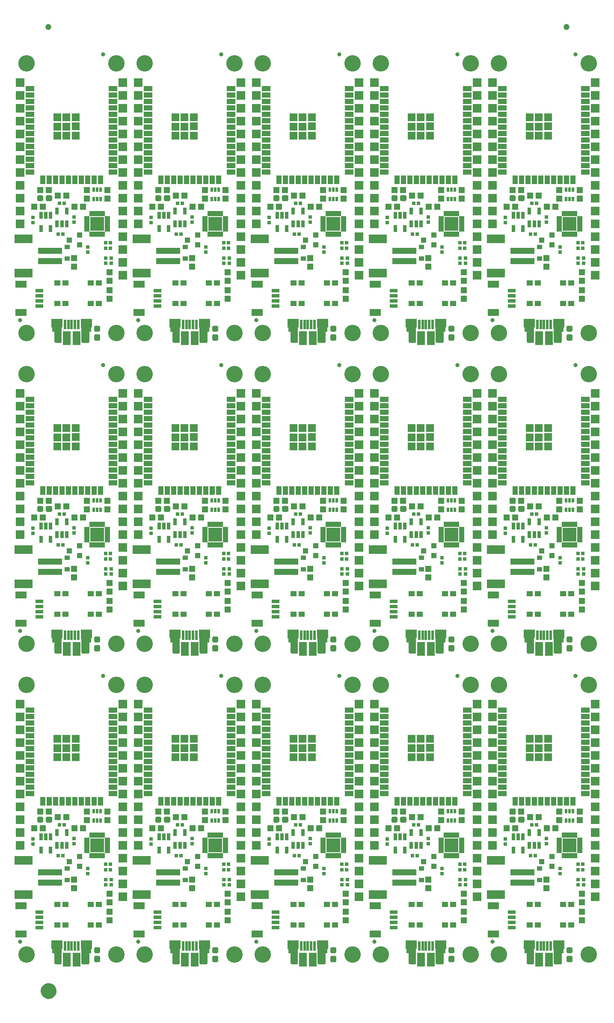
<source format=gts>
G04 EAGLE Gerber RS-274X export*
G75*
%MOMM*%
%FSLAX34Y34*%
%LPD*%
%INSoldermask Top*%
%IPPOS*%
%AMOC8*
5,1,8,0,0,1.08239X$1,22.5*%
G01*
%ADD10R,1.203200X1.103200*%
%ADD11R,0.803200X0.803200*%
%ADD12R,0.753200X1.403200*%
%ADD13R,1.033200X0.833200*%
%ADD14R,1.203200X1.303200*%
%ADD15R,4.803200X1.203200*%
%ADD16R,3.603200X1.803200*%
%ADD17C,0.505344*%
%ADD18R,1.103200X1.003200*%
%ADD19R,1.303200X1.203200*%
%ADD20R,0.503200X0.863200*%
%ADD21R,2.203200X1.403200*%
%ADD22R,1.553200X0.803200*%
%ADD23R,1.053200X0.503200*%
%ADD24R,0.503200X1.053200*%
%ADD25R,2.753200X2.753200*%
%ADD26R,1.727200X1.727200*%
%ADD27C,0.838200*%
%ADD28R,0.603200X1.953200*%
%ADD29R,2.203200X1.663200*%
%ADD30R,1.628200X2.703200*%
%ADD31C,3.251200*%
%ADD32R,1.703200X1.103200*%
%ADD33R,1.103200X1.703200*%
%ADD34R,1.533200X1.533200*%
%ADD35C,1.203200*%
%ADD36C,1.270000*%
%ADD37C,1.703200*%

G36*
X613695Y1235006D02*
X613695Y1235006D01*
X613759Y1235007D01*
X614536Y1235160D01*
X614582Y1235179D01*
X614645Y1235194D01*
X615368Y1235517D01*
X615408Y1235545D01*
X615466Y1235574D01*
X616099Y1236049D01*
X616132Y1236086D01*
X616182Y1236127D01*
X616693Y1236731D01*
X616717Y1236774D01*
X616757Y1236825D01*
X617121Y1237528D01*
X617135Y1237576D01*
X617162Y1237634D01*
X617361Y1238401D01*
X617364Y1238454D01*
X617377Y1238528D01*
X617377Y1257021D01*
X619870Y1257021D01*
X619875Y1257022D01*
X619880Y1257021D01*
X619973Y1257042D01*
X620067Y1257060D01*
X620071Y1257063D01*
X620076Y1257064D01*
X620154Y1257120D01*
X620232Y1257173D01*
X620235Y1257177D01*
X620239Y1257180D01*
X620290Y1257262D01*
X620342Y1257341D01*
X620342Y1257346D01*
X620345Y1257351D01*
X620377Y1257528D01*
X620377Y1265528D01*
X620376Y1265533D01*
X620377Y1265538D01*
X620356Y1265631D01*
X620338Y1265725D01*
X620335Y1265729D01*
X620334Y1265734D01*
X620278Y1265812D01*
X620225Y1265890D01*
X620221Y1265893D01*
X620218Y1265897D01*
X620136Y1265948D01*
X620057Y1266000D01*
X620052Y1266000D01*
X620047Y1266003D01*
X619870Y1266035D01*
X601870Y1266035D01*
X601865Y1266034D01*
X601860Y1266035D01*
X601767Y1266014D01*
X601674Y1265996D01*
X601669Y1265993D01*
X601664Y1265992D01*
X601586Y1265936D01*
X601508Y1265883D01*
X601505Y1265879D01*
X601501Y1265876D01*
X601450Y1265794D01*
X601398Y1265715D01*
X601398Y1265710D01*
X601395Y1265705D01*
X601363Y1265528D01*
X601363Y1238528D01*
X601368Y1238502D01*
X601366Y1238471D01*
X601441Y1237804D01*
X601456Y1237757D01*
X601466Y1237693D01*
X601688Y1237059D01*
X601714Y1237016D01*
X601738Y1236956D01*
X602095Y1236388D01*
X602129Y1236352D01*
X602166Y1236299D01*
X602641Y1235824D01*
X602682Y1235796D01*
X602730Y1235753D01*
X603298Y1235396D01*
X603345Y1235378D01*
X603401Y1235346D01*
X604035Y1235124D01*
X604084Y1235118D01*
X604146Y1235099D01*
X604813Y1235024D01*
X604840Y1235026D01*
X604870Y1235021D01*
X612862Y1235021D01*
X613646Y1234997D01*
X613695Y1235006D01*
G37*
G36*
X1081055Y1235006D02*
X1081055Y1235006D01*
X1081119Y1235007D01*
X1081896Y1235160D01*
X1081942Y1235179D01*
X1082005Y1235194D01*
X1082728Y1235517D01*
X1082768Y1235545D01*
X1082826Y1235574D01*
X1083459Y1236049D01*
X1083492Y1236086D01*
X1083542Y1236127D01*
X1084053Y1236731D01*
X1084077Y1236774D01*
X1084117Y1236825D01*
X1084481Y1237528D01*
X1084495Y1237576D01*
X1084522Y1237634D01*
X1084721Y1238401D01*
X1084724Y1238454D01*
X1084737Y1238528D01*
X1084737Y1257021D01*
X1087230Y1257021D01*
X1087235Y1257022D01*
X1087240Y1257021D01*
X1087333Y1257042D01*
X1087427Y1257060D01*
X1087431Y1257063D01*
X1087436Y1257064D01*
X1087514Y1257120D01*
X1087592Y1257173D01*
X1087595Y1257177D01*
X1087599Y1257180D01*
X1087650Y1257262D01*
X1087702Y1257341D01*
X1087702Y1257346D01*
X1087705Y1257351D01*
X1087737Y1257528D01*
X1087737Y1265528D01*
X1087736Y1265533D01*
X1087737Y1265538D01*
X1087716Y1265631D01*
X1087698Y1265725D01*
X1087695Y1265729D01*
X1087694Y1265734D01*
X1087638Y1265812D01*
X1087585Y1265890D01*
X1087581Y1265893D01*
X1087578Y1265897D01*
X1087496Y1265948D01*
X1087417Y1266000D01*
X1087412Y1266000D01*
X1087407Y1266003D01*
X1087230Y1266035D01*
X1069230Y1266035D01*
X1069225Y1266034D01*
X1069220Y1266035D01*
X1069127Y1266014D01*
X1069034Y1265996D01*
X1069029Y1265993D01*
X1069024Y1265992D01*
X1068946Y1265936D01*
X1068868Y1265883D01*
X1068865Y1265879D01*
X1068861Y1265876D01*
X1068810Y1265794D01*
X1068758Y1265715D01*
X1068758Y1265710D01*
X1068755Y1265705D01*
X1068723Y1265528D01*
X1068723Y1238528D01*
X1068728Y1238502D01*
X1068726Y1238471D01*
X1068801Y1237804D01*
X1068816Y1237757D01*
X1068826Y1237693D01*
X1069048Y1237059D01*
X1069074Y1237016D01*
X1069098Y1236956D01*
X1069455Y1236388D01*
X1069489Y1236352D01*
X1069526Y1236299D01*
X1070001Y1235824D01*
X1070042Y1235796D01*
X1070090Y1235753D01*
X1070658Y1235396D01*
X1070705Y1235378D01*
X1070761Y1235346D01*
X1071395Y1235124D01*
X1071444Y1235118D01*
X1071506Y1235099D01*
X1072173Y1235024D01*
X1072200Y1235026D01*
X1072230Y1235021D01*
X1080222Y1235021D01*
X1081006Y1234997D01*
X1081055Y1235006D01*
G37*
G36*
X380015Y1235006D02*
X380015Y1235006D01*
X380079Y1235007D01*
X380856Y1235160D01*
X380902Y1235179D01*
X380965Y1235194D01*
X381688Y1235517D01*
X381728Y1235545D01*
X381786Y1235574D01*
X382419Y1236049D01*
X382452Y1236086D01*
X382502Y1236127D01*
X383013Y1236731D01*
X383037Y1236774D01*
X383077Y1236825D01*
X383441Y1237528D01*
X383455Y1237576D01*
X383482Y1237634D01*
X383681Y1238401D01*
X383684Y1238454D01*
X383697Y1238528D01*
X383697Y1257021D01*
X386190Y1257021D01*
X386195Y1257022D01*
X386200Y1257021D01*
X386293Y1257042D01*
X386387Y1257060D01*
X386391Y1257063D01*
X386396Y1257064D01*
X386474Y1257120D01*
X386552Y1257173D01*
X386555Y1257177D01*
X386559Y1257180D01*
X386610Y1257262D01*
X386662Y1257341D01*
X386662Y1257346D01*
X386665Y1257351D01*
X386697Y1257528D01*
X386697Y1265528D01*
X386696Y1265533D01*
X386697Y1265538D01*
X386676Y1265631D01*
X386658Y1265725D01*
X386655Y1265729D01*
X386654Y1265734D01*
X386598Y1265812D01*
X386545Y1265890D01*
X386541Y1265893D01*
X386538Y1265897D01*
X386456Y1265948D01*
X386377Y1266000D01*
X386372Y1266000D01*
X386367Y1266003D01*
X386190Y1266035D01*
X368190Y1266035D01*
X368185Y1266034D01*
X368180Y1266035D01*
X368087Y1266014D01*
X367994Y1265996D01*
X367989Y1265993D01*
X367984Y1265992D01*
X367906Y1265936D01*
X367828Y1265883D01*
X367825Y1265879D01*
X367821Y1265876D01*
X367770Y1265794D01*
X367718Y1265715D01*
X367718Y1265710D01*
X367715Y1265705D01*
X367683Y1265528D01*
X367683Y1238528D01*
X367688Y1238502D01*
X367686Y1238471D01*
X367761Y1237804D01*
X367776Y1237757D01*
X367786Y1237693D01*
X368008Y1237059D01*
X368034Y1237016D01*
X368058Y1236956D01*
X368415Y1236388D01*
X368449Y1236352D01*
X368486Y1236299D01*
X368961Y1235824D01*
X369002Y1235796D01*
X369050Y1235753D01*
X369618Y1235396D01*
X369665Y1235378D01*
X369721Y1235346D01*
X370355Y1235124D01*
X370404Y1235118D01*
X370466Y1235099D01*
X371133Y1235024D01*
X371160Y1235026D01*
X371190Y1235021D01*
X379182Y1235021D01*
X379966Y1234997D01*
X380015Y1235006D01*
G37*
G36*
X146335Y1235006D02*
X146335Y1235006D01*
X146399Y1235007D01*
X147176Y1235160D01*
X147222Y1235179D01*
X147285Y1235194D01*
X148008Y1235517D01*
X148048Y1235545D01*
X148106Y1235574D01*
X148739Y1236049D01*
X148772Y1236086D01*
X148822Y1236127D01*
X149333Y1236731D01*
X149357Y1236774D01*
X149397Y1236825D01*
X149761Y1237528D01*
X149775Y1237576D01*
X149802Y1237634D01*
X150001Y1238401D01*
X150004Y1238454D01*
X150017Y1238528D01*
X150017Y1257021D01*
X152510Y1257021D01*
X152515Y1257022D01*
X152520Y1257021D01*
X152613Y1257042D01*
X152707Y1257060D01*
X152711Y1257063D01*
X152716Y1257064D01*
X152794Y1257120D01*
X152872Y1257173D01*
X152875Y1257177D01*
X152879Y1257180D01*
X152930Y1257262D01*
X152982Y1257341D01*
X152982Y1257346D01*
X152985Y1257351D01*
X153017Y1257528D01*
X153017Y1265528D01*
X153016Y1265533D01*
X153017Y1265538D01*
X152996Y1265631D01*
X152978Y1265725D01*
X152975Y1265729D01*
X152974Y1265734D01*
X152918Y1265812D01*
X152865Y1265890D01*
X152861Y1265893D01*
X152858Y1265897D01*
X152776Y1265948D01*
X152697Y1266000D01*
X152692Y1266000D01*
X152687Y1266003D01*
X152510Y1266035D01*
X134510Y1266035D01*
X134505Y1266034D01*
X134500Y1266035D01*
X134407Y1266014D01*
X134314Y1265996D01*
X134309Y1265993D01*
X134304Y1265992D01*
X134226Y1265936D01*
X134148Y1265883D01*
X134145Y1265879D01*
X134141Y1265876D01*
X134090Y1265794D01*
X134038Y1265715D01*
X134038Y1265710D01*
X134035Y1265705D01*
X134003Y1265528D01*
X134003Y1238528D01*
X134008Y1238502D01*
X134006Y1238471D01*
X134081Y1237804D01*
X134096Y1237757D01*
X134106Y1237693D01*
X134328Y1237059D01*
X134354Y1237016D01*
X134378Y1236956D01*
X134735Y1236388D01*
X134769Y1236352D01*
X134806Y1236299D01*
X135281Y1235824D01*
X135322Y1235796D01*
X135370Y1235753D01*
X135938Y1235396D01*
X135985Y1235378D01*
X136041Y1235346D01*
X136675Y1235124D01*
X136724Y1235118D01*
X136786Y1235099D01*
X137453Y1235024D01*
X137480Y1235026D01*
X137510Y1235021D01*
X145502Y1235021D01*
X146286Y1234997D01*
X146335Y1235006D01*
G37*
G36*
X847375Y1235006D02*
X847375Y1235006D01*
X847439Y1235007D01*
X848216Y1235160D01*
X848262Y1235179D01*
X848325Y1235194D01*
X849048Y1235517D01*
X849088Y1235545D01*
X849146Y1235574D01*
X849779Y1236049D01*
X849812Y1236086D01*
X849862Y1236127D01*
X850373Y1236731D01*
X850397Y1236774D01*
X850437Y1236825D01*
X850801Y1237528D01*
X850815Y1237576D01*
X850842Y1237634D01*
X851041Y1238401D01*
X851044Y1238454D01*
X851057Y1238528D01*
X851057Y1257021D01*
X853550Y1257021D01*
X853555Y1257022D01*
X853560Y1257021D01*
X853653Y1257042D01*
X853747Y1257060D01*
X853751Y1257063D01*
X853756Y1257064D01*
X853834Y1257120D01*
X853912Y1257173D01*
X853915Y1257177D01*
X853919Y1257180D01*
X853970Y1257262D01*
X854022Y1257341D01*
X854022Y1257346D01*
X854025Y1257351D01*
X854057Y1257528D01*
X854057Y1265528D01*
X854056Y1265533D01*
X854057Y1265538D01*
X854036Y1265631D01*
X854018Y1265725D01*
X854015Y1265729D01*
X854014Y1265734D01*
X853958Y1265812D01*
X853905Y1265890D01*
X853901Y1265893D01*
X853898Y1265897D01*
X853816Y1265948D01*
X853737Y1266000D01*
X853732Y1266000D01*
X853727Y1266003D01*
X853550Y1266035D01*
X835550Y1266035D01*
X835545Y1266034D01*
X835540Y1266035D01*
X835447Y1266014D01*
X835354Y1265996D01*
X835349Y1265993D01*
X835344Y1265992D01*
X835266Y1265936D01*
X835188Y1265883D01*
X835185Y1265879D01*
X835181Y1265876D01*
X835130Y1265794D01*
X835078Y1265715D01*
X835078Y1265710D01*
X835075Y1265705D01*
X835043Y1265528D01*
X835043Y1238528D01*
X835048Y1238502D01*
X835046Y1238471D01*
X835121Y1237804D01*
X835136Y1237757D01*
X835146Y1237693D01*
X835368Y1237059D01*
X835394Y1237016D01*
X835418Y1236956D01*
X835775Y1236388D01*
X835809Y1236352D01*
X835846Y1236299D01*
X836321Y1235824D01*
X836362Y1235796D01*
X836410Y1235753D01*
X836978Y1235396D01*
X837025Y1235378D01*
X837081Y1235346D01*
X837715Y1235124D01*
X837764Y1235118D01*
X837826Y1235099D01*
X838493Y1235024D01*
X838520Y1235026D01*
X838550Y1235021D01*
X846542Y1235021D01*
X847326Y1234997D01*
X847375Y1235006D01*
G37*
G36*
X847375Y620326D02*
X847375Y620326D01*
X847439Y620327D01*
X848216Y620480D01*
X848262Y620499D01*
X848325Y620514D01*
X849048Y620837D01*
X849088Y620865D01*
X849146Y620894D01*
X849779Y621369D01*
X849812Y621406D01*
X849862Y621447D01*
X850373Y622051D01*
X850397Y622094D01*
X850437Y622145D01*
X850801Y622848D01*
X850815Y622896D01*
X850842Y622954D01*
X851041Y623721D01*
X851044Y623774D01*
X851057Y623848D01*
X851057Y642341D01*
X853550Y642341D01*
X853555Y642342D01*
X853560Y642341D01*
X853653Y642362D01*
X853747Y642380D01*
X853751Y642383D01*
X853756Y642384D01*
X853834Y642440D01*
X853912Y642493D01*
X853915Y642497D01*
X853919Y642500D01*
X853970Y642582D01*
X854022Y642661D01*
X854022Y642666D01*
X854025Y642671D01*
X854057Y642848D01*
X854057Y650848D01*
X854056Y650853D01*
X854057Y650858D01*
X854036Y650951D01*
X854018Y651045D01*
X854015Y651049D01*
X854014Y651054D01*
X853958Y651132D01*
X853905Y651210D01*
X853901Y651213D01*
X853898Y651217D01*
X853816Y651268D01*
X853737Y651320D01*
X853732Y651320D01*
X853727Y651323D01*
X853550Y651355D01*
X835550Y651355D01*
X835545Y651354D01*
X835540Y651355D01*
X835447Y651334D01*
X835354Y651316D01*
X835349Y651313D01*
X835344Y651312D01*
X835266Y651256D01*
X835188Y651203D01*
X835185Y651199D01*
X835181Y651196D01*
X835130Y651114D01*
X835078Y651035D01*
X835078Y651030D01*
X835075Y651025D01*
X835043Y650848D01*
X835043Y623848D01*
X835048Y623822D01*
X835046Y623791D01*
X835121Y623124D01*
X835136Y623077D01*
X835146Y623013D01*
X835368Y622379D01*
X835394Y622336D01*
X835418Y622276D01*
X835775Y621708D01*
X835809Y621672D01*
X835846Y621619D01*
X836321Y621144D01*
X836362Y621116D01*
X836410Y621073D01*
X836978Y620716D01*
X837025Y620698D01*
X837081Y620666D01*
X837715Y620444D01*
X837764Y620438D01*
X837826Y620419D01*
X838493Y620344D01*
X838520Y620346D01*
X838550Y620341D01*
X846542Y620341D01*
X847326Y620317D01*
X847375Y620326D01*
G37*
G36*
X146335Y620326D02*
X146335Y620326D01*
X146399Y620327D01*
X147176Y620480D01*
X147222Y620499D01*
X147285Y620514D01*
X148008Y620837D01*
X148048Y620865D01*
X148106Y620894D01*
X148739Y621369D01*
X148772Y621406D01*
X148822Y621447D01*
X149333Y622051D01*
X149357Y622094D01*
X149397Y622145D01*
X149761Y622848D01*
X149775Y622896D01*
X149802Y622954D01*
X150001Y623721D01*
X150004Y623774D01*
X150017Y623848D01*
X150017Y642341D01*
X152510Y642341D01*
X152515Y642342D01*
X152520Y642341D01*
X152613Y642362D01*
X152707Y642380D01*
X152711Y642383D01*
X152716Y642384D01*
X152794Y642440D01*
X152872Y642493D01*
X152875Y642497D01*
X152879Y642500D01*
X152930Y642582D01*
X152982Y642661D01*
X152982Y642666D01*
X152985Y642671D01*
X153017Y642848D01*
X153017Y650848D01*
X153016Y650853D01*
X153017Y650858D01*
X152996Y650951D01*
X152978Y651045D01*
X152975Y651049D01*
X152974Y651054D01*
X152918Y651132D01*
X152865Y651210D01*
X152861Y651213D01*
X152858Y651217D01*
X152776Y651268D01*
X152697Y651320D01*
X152692Y651320D01*
X152687Y651323D01*
X152510Y651355D01*
X134510Y651355D01*
X134505Y651354D01*
X134500Y651355D01*
X134407Y651334D01*
X134314Y651316D01*
X134309Y651313D01*
X134304Y651312D01*
X134226Y651256D01*
X134148Y651203D01*
X134145Y651199D01*
X134141Y651196D01*
X134090Y651114D01*
X134038Y651035D01*
X134038Y651030D01*
X134035Y651025D01*
X134003Y650848D01*
X134003Y623848D01*
X134008Y623822D01*
X134006Y623791D01*
X134081Y623124D01*
X134096Y623077D01*
X134106Y623013D01*
X134328Y622379D01*
X134354Y622336D01*
X134378Y622276D01*
X134735Y621708D01*
X134769Y621672D01*
X134806Y621619D01*
X135281Y621144D01*
X135322Y621116D01*
X135370Y621073D01*
X135938Y620716D01*
X135985Y620698D01*
X136041Y620666D01*
X136675Y620444D01*
X136724Y620438D01*
X136786Y620419D01*
X137453Y620344D01*
X137480Y620346D01*
X137510Y620341D01*
X145502Y620341D01*
X146286Y620317D01*
X146335Y620326D01*
G37*
G36*
X613695Y620326D02*
X613695Y620326D01*
X613759Y620327D01*
X614536Y620480D01*
X614582Y620499D01*
X614645Y620514D01*
X615368Y620837D01*
X615408Y620865D01*
X615466Y620894D01*
X616099Y621369D01*
X616132Y621406D01*
X616182Y621447D01*
X616693Y622051D01*
X616717Y622094D01*
X616757Y622145D01*
X617121Y622848D01*
X617135Y622896D01*
X617162Y622954D01*
X617361Y623721D01*
X617364Y623774D01*
X617377Y623848D01*
X617377Y642341D01*
X619870Y642341D01*
X619875Y642342D01*
X619880Y642341D01*
X619973Y642362D01*
X620067Y642380D01*
X620071Y642383D01*
X620076Y642384D01*
X620154Y642440D01*
X620232Y642493D01*
X620235Y642497D01*
X620239Y642500D01*
X620290Y642582D01*
X620342Y642661D01*
X620342Y642666D01*
X620345Y642671D01*
X620377Y642848D01*
X620377Y650848D01*
X620376Y650853D01*
X620377Y650858D01*
X620356Y650951D01*
X620338Y651045D01*
X620335Y651049D01*
X620334Y651054D01*
X620278Y651132D01*
X620225Y651210D01*
X620221Y651213D01*
X620218Y651217D01*
X620136Y651268D01*
X620057Y651320D01*
X620052Y651320D01*
X620047Y651323D01*
X619870Y651355D01*
X601870Y651355D01*
X601865Y651354D01*
X601860Y651355D01*
X601767Y651334D01*
X601674Y651316D01*
X601669Y651313D01*
X601664Y651312D01*
X601586Y651256D01*
X601508Y651203D01*
X601505Y651199D01*
X601501Y651196D01*
X601450Y651114D01*
X601398Y651035D01*
X601398Y651030D01*
X601395Y651025D01*
X601363Y650848D01*
X601363Y623848D01*
X601368Y623822D01*
X601366Y623791D01*
X601441Y623124D01*
X601456Y623077D01*
X601466Y623013D01*
X601688Y622379D01*
X601714Y622336D01*
X601738Y622276D01*
X602095Y621708D01*
X602129Y621672D01*
X602166Y621619D01*
X602641Y621144D01*
X602682Y621116D01*
X602730Y621073D01*
X603298Y620716D01*
X603345Y620698D01*
X603401Y620666D01*
X604035Y620444D01*
X604084Y620438D01*
X604146Y620419D01*
X604813Y620344D01*
X604840Y620346D01*
X604870Y620341D01*
X612862Y620341D01*
X613646Y620317D01*
X613695Y620326D01*
G37*
G36*
X1081055Y620326D02*
X1081055Y620326D01*
X1081119Y620327D01*
X1081896Y620480D01*
X1081942Y620499D01*
X1082005Y620514D01*
X1082728Y620837D01*
X1082768Y620865D01*
X1082826Y620894D01*
X1083459Y621369D01*
X1083492Y621406D01*
X1083542Y621447D01*
X1084053Y622051D01*
X1084077Y622094D01*
X1084117Y622145D01*
X1084481Y622848D01*
X1084495Y622896D01*
X1084522Y622954D01*
X1084721Y623721D01*
X1084724Y623774D01*
X1084737Y623848D01*
X1084737Y642341D01*
X1087230Y642341D01*
X1087235Y642342D01*
X1087240Y642341D01*
X1087333Y642362D01*
X1087427Y642380D01*
X1087431Y642383D01*
X1087436Y642384D01*
X1087514Y642440D01*
X1087592Y642493D01*
X1087595Y642497D01*
X1087599Y642500D01*
X1087650Y642582D01*
X1087702Y642661D01*
X1087702Y642666D01*
X1087705Y642671D01*
X1087737Y642848D01*
X1087737Y650848D01*
X1087736Y650853D01*
X1087737Y650858D01*
X1087716Y650951D01*
X1087698Y651045D01*
X1087695Y651049D01*
X1087694Y651054D01*
X1087638Y651132D01*
X1087585Y651210D01*
X1087581Y651213D01*
X1087578Y651217D01*
X1087496Y651268D01*
X1087417Y651320D01*
X1087412Y651320D01*
X1087407Y651323D01*
X1087230Y651355D01*
X1069230Y651355D01*
X1069225Y651354D01*
X1069220Y651355D01*
X1069127Y651334D01*
X1069034Y651316D01*
X1069029Y651313D01*
X1069024Y651312D01*
X1068946Y651256D01*
X1068868Y651203D01*
X1068865Y651199D01*
X1068861Y651196D01*
X1068810Y651114D01*
X1068758Y651035D01*
X1068758Y651030D01*
X1068755Y651025D01*
X1068723Y650848D01*
X1068723Y623848D01*
X1068728Y623822D01*
X1068726Y623791D01*
X1068801Y623124D01*
X1068816Y623077D01*
X1068826Y623013D01*
X1069048Y622379D01*
X1069074Y622336D01*
X1069098Y622276D01*
X1069455Y621708D01*
X1069489Y621672D01*
X1069526Y621619D01*
X1070001Y621144D01*
X1070042Y621116D01*
X1070090Y621073D01*
X1070658Y620716D01*
X1070705Y620698D01*
X1070761Y620666D01*
X1071395Y620444D01*
X1071444Y620438D01*
X1071506Y620419D01*
X1072173Y620344D01*
X1072200Y620346D01*
X1072230Y620341D01*
X1080222Y620341D01*
X1081006Y620317D01*
X1081055Y620326D01*
G37*
G36*
X380015Y620326D02*
X380015Y620326D01*
X380079Y620327D01*
X380856Y620480D01*
X380902Y620499D01*
X380965Y620514D01*
X381688Y620837D01*
X381728Y620865D01*
X381786Y620894D01*
X382419Y621369D01*
X382452Y621406D01*
X382502Y621447D01*
X383013Y622051D01*
X383037Y622094D01*
X383077Y622145D01*
X383441Y622848D01*
X383455Y622896D01*
X383482Y622954D01*
X383681Y623721D01*
X383684Y623774D01*
X383697Y623848D01*
X383697Y642341D01*
X386190Y642341D01*
X386195Y642342D01*
X386200Y642341D01*
X386293Y642362D01*
X386387Y642380D01*
X386391Y642383D01*
X386396Y642384D01*
X386474Y642440D01*
X386552Y642493D01*
X386555Y642497D01*
X386559Y642500D01*
X386610Y642582D01*
X386662Y642661D01*
X386662Y642666D01*
X386665Y642671D01*
X386697Y642848D01*
X386697Y650848D01*
X386696Y650853D01*
X386697Y650858D01*
X386676Y650951D01*
X386658Y651045D01*
X386655Y651049D01*
X386654Y651054D01*
X386598Y651132D01*
X386545Y651210D01*
X386541Y651213D01*
X386538Y651217D01*
X386456Y651268D01*
X386377Y651320D01*
X386372Y651320D01*
X386367Y651323D01*
X386190Y651355D01*
X368190Y651355D01*
X368185Y651354D01*
X368180Y651355D01*
X368087Y651334D01*
X367994Y651316D01*
X367989Y651313D01*
X367984Y651312D01*
X367906Y651256D01*
X367828Y651203D01*
X367825Y651199D01*
X367821Y651196D01*
X367770Y651114D01*
X367718Y651035D01*
X367718Y651030D01*
X367715Y651025D01*
X367683Y650848D01*
X367683Y623848D01*
X367688Y623822D01*
X367686Y623791D01*
X367761Y623124D01*
X367776Y623077D01*
X367786Y623013D01*
X368008Y622379D01*
X368034Y622336D01*
X368058Y622276D01*
X368415Y621708D01*
X368449Y621672D01*
X368486Y621619D01*
X368961Y621144D01*
X369002Y621116D01*
X369050Y621073D01*
X369618Y620716D01*
X369665Y620698D01*
X369721Y620666D01*
X370355Y620444D01*
X370404Y620438D01*
X370466Y620419D01*
X371133Y620344D01*
X371160Y620346D01*
X371190Y620341D01*
X379182Y620341D01*
X379966Y620317D01*
X380015Y620326D01*
G37*
G36*
X1081055Y5646D02*
X1081055Y5646D01*
X1081119Y5647D01*
X1081896Y5800D01*
X1081942Y5819D01*
X1082005Y5834D01*
X1082728Y6157D01*
X1082768Y6185D01*
X1082826Y6214D01*
X1083459Y6689D01*
X1083492Y6726D01*
X1083542Y6767D01*
X1084053Y7371D01*
X1084077Y7414D01*
X1084117Y7465D01*
X1084481Y8168D01*
X1084495Y8216D01*
X1084522Y8274D01*
X1084721Y9041D01*
X1084724Y9094D01*
X1084737Y9168D01*
X1084737Y27661D01*
X1087230Y27661D01*
X1087235Y27662D01*
X1087240Y27661D01*
X1087333Y27682D01*
X1087427Y27700D01*
X1087431Y27703D01*
X1087436Y27704D01*
X1087514Y27760D01*
X1087592Y27813D01*
X1087595Y27817D01*
X1087599Y27820D01*
X1087650Y27902D01*
X1087702Y27981D01*
X1087702Y27986D01*
X1087705Y27991D01*
X1087737Y28168D01*
X1087737Y36168D01*
X1087736Y36173D01*
X1087737Y36178D01*
X1087716Y36271D01*
X1087698Y36365D01*
X1087695Y36369D01*
X1087694Y36374D01*
X1087638Y36452D01*
X1087585Y36530D01*
X1087581Y36533D01*
X1087578Y36537D01*
X1087496Y36588D01*
X1087417Y36640D01*
X1087412Y36640D01*
X1087407Y36643D01*
X1087230Y36675D01*
X1069230Y36675D01*
X1069225Y36674D01*
X1069220Y36675D01*
X1069127Y36654D01*
X1069034Y36636D01*
X1069029Y36633D01*
X1069024Y36632D01*
X1068946Y36576D01*
X1068868Y36523D01*
X1068865Y36519D01*
X1068861Y36516D01*
X1068810Y36434D01*
X1068758Y36355D01*
X1068758Y36350D01*
X1068755Y36345D01*
X1068723Y36168D01*
X1068723Y9168D01*
X1068728Y9142D01*
X1068726Y9111D01*
X1068801Y8444D01*
X1068816Y8397D01*
X1068826Y8333D01*
X1069048Y7699D01*
X1069074Y7656D01*
X1069098Y7596D01*
X1069455Y7028D01*
X1069489Y6992D01*
X1069526Y6939D01*
X1070001Y6464D01*
X1070042Y6436D01*
X1070090Y6393D01*
X1070658Y6036D01*
X1070705Y6018D01*
X1070761Y5986D01*
X1071395Y5764D01*
X1071444Y5758D01*
X1071506Y5739D01*
X1072173Y5664D01*
X1072200Y5666D01*
X1072230Y5661D01*
X1080222Y5661D01*
X1081006Y5637D01*
X1081055Y5646D01*
G37*
G36*
X146335Y5646D02*
X146335Y5646D01*
X146399Y5647D01*
X147176Y5800D01*
X147222Y5819D01*
X147285Y5834D01*
X148008Y6157D01*
X148048Y6185D01*
X148106Y6214D01*
X148739Y6689D01*
X148772Y6726D01*
X148822Y6767D01*
X149333Y7371D01*
X149357Y7414D01*
X149397Y7465D01*
X149761Y8168D01*
X149775Y8216D01*
X149802Y8274D01*
X150001Y9041D01*
X150004Y9094D01*
X150017Y9168D01*
X150017Y27661D01*
X152510Y27661D01*
X152515Y27662D01*
X152520Y27661D01*
X152613Y27682D01*
X152707Y27700D01*
X152711Y27703D01*
X152716Y27704D01*
X152794Y27760D01*
X152872Y27813D01*
X152875Y27817D01*
X152879Y27820D01*
X152930Y27902D01*
X152982Y27981D01*
X152982Y27986D01*
X152985Y27991D01*
X153017Y28168D01*
X153017Y36168D01*
X153016Y36173D01*
X153017Y36178D01*
X152996Y36271D01*
X152978Y36365D01*
X152975Y36369D01*
X152974Y36374D01*
X152918Y36452D01*
X152865Y36530D01*
X152861Y36533D01*
X152858Y36537D01*
X152776Y36588D01*
X152697Y36640D01*
X152692Y36640D01*
X152687Y36643D01*
X152510Y36675D01*
X134510Y36675D01*
X134505Y36674D01*
X134500Y36675D01*
X134407Y36654D01*
X134314Y36636D01*
X134309Y36633D01*
X134304Y36632D01*
X134226Y36576D01*
X134148Y36523D01*
X134145Y36519D01*
X134141Y36516D01*
X134090Y36434D01*
X134038Y36355D01*
X134038Y36350D01*
X134035Y36345D01*
X134003Y36168D01*
X134003Y9168D01*
X134008Y9142D01*
X134006Y9111D01*
X134081Y8444D01*
X134096Y8397D01*
X134106Y8333D01*
X134328Y7699D01*
X134354Y7656D01*
X134378Y7596D01*
X134735Y7028D01*
X134769Y6992D01*
X134806Y6939D01*
X135281Y6464D01*
X135322Y6436D01*
X135370Y6393D01*
X135938Y6036D01*
X135985Y6018D01*
X136041Y5986D01*
X136675Y5764D01*
X136724Y5758D01*
X136786Y5739D01*
X137453Y5664D01*
X137480Y5666D01*
X137510Y5661D01*
X145502Y5661D01*
X146286Y5637D01*
X146335Y5646D01*
G37*
G36*
X847375Y5646D02*
X847375Y5646D01*
X847439Y5647D01*
X848216Y5800D01*
X848262Y5819D01*
X848325Y5834D01*
X849048Y6157D01*
X849088Y6185D01*
X849146Y6214D01*
X849779Y6689D01*
X849812Y6726D01*
X849862Y6767D01*
X850373Y7371D01*
X850397Y7414D01*
X850437Y7465D01*
X850801Y8168D01*
X850815Y8216D01*
X850842Y8274D01*
X851041Y9041D01*
X851044Y9094D01*
X851057Y9168D01*
X851057Y27661D01*
X853550Y27661D01*
X853555Y27662D01*
X853560Y27661D01*
X853653Y27682D01*
X853747Y27700D01*
X853751Y27703D01*
X853756Y27704D01*
X853834Y27760D01*
X853912Y27813D01*
X853915Y27817D01*
X853919Y27820D01*
X853970Y27902D01*
X854022Y27981D01*
X854022Y27986D01*
X854025Y27991D01*
X854057Y28168D01*
X854057Y36168D01*
X854056Y36173D01*
X854057Y36178D01*
X854036Y36271D01*
X854018Y36365D01*
X854015Y36369D01*
X854014Y36374D01*
X853958Y36452D01*
X853905Y36530D01*
X853901Y36533D01*
X853898Y36537D01*
X853816Y36588D01*
X853737Y36640D01*
X853732Y36640D01*
X853727Y36643D01*
X853550Y36675D01*
X835550Y36675D01*
X835545Y36674D01*
X835540Y36675D01*
X835447Y36654D01*
X835354Y36636D01*
X835349Y36633D01*
X835344Y36632D01*
X835266Y36576D01*
X835188Y36523D01*
X835185Y36519D01*
X835181Y36516D01*
X835130Y36434D01*
X835078Y36355D01*
X835078Y36350D01*
X835075Y36345D01*
X835043Y36168D01*
X835043Y9168D01*
X835048Y9142D01*
X835046Y9111D01*
X835121Y8444D01*
X835136Y8397D01*
X835146Y8333D01*
X835368Y7699D01*
X835394Y7656D01*
X835418Y7596D01*
X835775Y7028D01*
X835809Y6992D01*
X835846Y6939D01*
X836321Y6464D01*
X836362Y6436D01*
X836410Y6393D01*
X836978Y6036D01*
X837025Y6018D01*
X837081Y5986D01*
X837715Y5764D01*
X837764Y5758D01*
X837826Y5739D01*
X838493Y5664D01*
X838520Y5666D01*
X838550Y5661D01*
X846542Y5661D01*
X847326Y5637D01*
X847375Y5646D01*
G37*
G36*
X613695Y5646D02*
X613695Y5646D01*
X613759Y5647D01*
X614536Y5800D01*
X614582Y5819D01*
X614645Y5834D01*
X615368Y6157D01*
X615408Y6185D01*
X615466Y6214D01*
X616099Y6689D01*
X616132Y6726D01*
X616182Y6767D01*
X616693Y7371D01*
X616717Y7414D01*
X616757Y7465D01*
X617121Y8168D01*
X617135Y8216D01*
X617162Y8274D01*
X617361Y9041D01*
X617364Y9094D01*
X617377Y9168D01*
X617377Y27661D01*
X619870Y27661D01*
X619875Y27662D01*
X619880Y27661D01*
X619973Y27682D01*
X620067Y27700D01*
X620071Y27703D01*
X620076Y27704D01*
X620154Y27760D01*
X620232Y27813D01*
X620235Y27817D01*
X620239Y27820D01*
X620290Y27902D01*
X620342Y27981D01*
X620342Y27986D01*
X620345Y27991D01*
X620377Y28168D01*
X620377Y36168D01*
X620376Y36173D01*
X620377Y36178D01*
X620356Y36271D01*
X620338Y36365D01*
X620335Y36369D01*
X620334Y36374D01*
X620278Y36452D01*
X620225Y36530D01*
X620221Y36533D01*
X620218Y36537D01*
X620136Y36588D01*
X620057Y36640D01*
X620052Y36640D01*
X620047Y36643D01*
X619870Y36675D01*
X601870Y36675D01*
X601865Y36674D01*
X601860Y36675D01*
X601767Y36654D01*
X601674Y36636D01*
X601669Y36633D01*
X601664Y36632D01*
X601586Y36576D01*
X601508Y36523D01*
X601505Y36519D01*
X601501Y36516D01*
X601450Y36434D01*
X601398Y36355D01*
X601398Y36350D01*
X601395Y36345D01*
X601363Y36168D01*
X601363Y9168D01*
X601368Y9142D01*
X601366Y9111D01*
X601441Y8444D01*
X601456Y8397D01*
X601466Y8333D01*
X601688Y7699D01*
X601714Y7656D01*
X601738Y7596D01*
X602095Y7028D01*
X602129Y6992D01*
X602166Y6939D01*
X602641Y6464D01*
X602682Y6436D01*
X602730Y6393D01*
X603298Y6036D01*
X603345Y6018D01*
X603401Y5986D01*
X604035Y5764D01*
X604084Y5758D01*
X604146Y5739D01*
X604813Y5664D01*
X604840Y5666D01*
X604870Y5661D01*
X612862Y5661D01*
X613646Y5637D01*
X613695Y5646D01*
G37*
G36*
X380015Y5646D02*
X380015Y5646D01*
X380079Y5647D01*
X380856Y5800D01*
X380902Y5819D01*
X380965Y5834D01*
X381688Y6157D01*
X381728Y6185D01*
X381786Y6214D01*
X382419Y6689D01*
X382452Y6726D01*
X382502Y6767D01*
X383013Y7371D01*
X383037Y7414D01*
X383077Y7465D01*
X383441Y8168D01*
X383455Y8216D01*
X383482Y8274D01*
X383681Y9041D01*
X383684Y9094D01*
X383697Y9168D01*
X383697Y27661D01*
X386190Y27661D01*
X386195Y27662D01*
X386200Y27661D01*
X386293Y27682D01*
X386387Y27700D01*
X386391Y27703D01*
X386396Y27704D01*
X386474Y27760D01*
X386552Y27813D01*
X386555Y27817D01*
X386559Y27820D01*
X386610Y27902D01*
X386662Y27981D01*
X386662Y27986D01*
X386665Y27991D01*
X386697Y28168D01*
X386697Y36168D01*
X386696Y36173D01*
X386697Y36178D01*
X386676Y36271D01*
X386658Y36365D01*
X386655Y36369D01*
X386654Y36374D01*
X386598Y36452D01*
X386545Y36530D01*
X386541Y36533D01*
X386538Y36537D01*
X386456Y36588D01*
X386377Y36640D01*
X386372Y36640D01*
X386367Y36643D01*
X386190Y36675D01*
X368190Y36675D01*
X368185Y36674D01*
X368180Y36675D01*
X368087Y36654D01*
X367994Y36636D01*
X367989Y36633D01*
X367984Y36632D01*
X367906Y36576D01*
X367828Y36523D01*
X367825Y36519D01*
X367821Y36516D01*
X367770Y36434D01*
X367718Y36355D01*
X367718Y36350D01*
X367715Y36345D01*
X367683Y36168D01*
X367683Y9168D01*
X367688Y9142D01*
X367686Y9111D01*
X367761Y8444D01*
X367776Y8397D01*
X367786Y8333D01*
X368008Y7699D01*
X368034Y7656D01*
X368058Y7596D01*
X368415Y7028D01*
X368449Y6992D01*
X368486Y6939D01*
X368961Y6464D01*
X369002Y6436D01*
X369050Y6393D01*
X369618Y6036D01*
X369665Y6018D01*
X369721Y5986D01*
X370355Y5764D01*
X370404Y5758D01*
X370466Y5739D01*
X371133Y5664D01*
X371160Y5666D01*
X371190Y5661D01*
X379182Y5661D01*
X379966Y5637D01*
X380015Y5646D01*
G37*
G36*
X1026283Y1235031D02*
X1026283Y1235031D01*
X1026358Y1235037D01*
X1027124Y1235236D01*
X1027168Y1235258D01*
X1027230Y1235277D01*
X1027933Y1235641D01*
X1027971Y1235672D01*
X1028027Y1235705D01*
X1028631Y1236216D01*
X1028662Y1236255D01*
X1028709Y1236299D01*
X1029184Y1236932D01*
X1029205Y1236977D01*
X1029242Y1237030D01*
X1029564Y1237754D01*
X1029574Y1237802D01*
X1029598Y1237862D01*
X1029751Y1238639D01*
X1029751Y1238688D01*
X1029761Y1238752D01*
X1029737Y1239536D01*
X1029737Y1265528D01*
X1029736Y1265533D01*
X1029737Y1265538D01*
X1029716Y1265631D01*
X1029698Y1265725D01*
X1029695Y1265729D01*
X1029694Y1265734D01*
X1029638Y1265812D01*
X1029585Y1265890D01*
X1029581Y1265893D01*
X1029578Y1265897D01*
X1029496Y1265948D01*
X1029417Y1266000D01*
X1029412Y1266000D01*
X1029407Y1266003D01*
X1029230Y1266035D01*
X1011230Y1266035D01*
X1011225Y1266034D01*
X1011220Y1266035D01*
X1011127Y1266014D01*
X1011034Y1265996D01*
X1011029Y1265993D01*
X1011024Y1265992D01*
X1010946Y1265936D01*
X1010868Y1265883D01*
X1010865Y1265879D01*
X1010861Y1265876D01*
X1010810Y1265794D01*
X1010758Y1265715D01*
X1010758Y1265710D01*
X1010755Y1265705D01*
X1010723Y1265528D01*
X1010723Y1257528D01*
X1010724Y1257523D01*
X1010723Y1257518D01*
X1010744Y1257425D01*
X1010762Y1257332D01*
X1010765Y1257327D01*
X1010766Y1257322D01*
X1010822Y1257244D01*
X1010875Y1257166D01*
X1010879Y1257163D01*
X1010882Y1257159D01*
X1010964Y1257108D01*
X1011043Y1257056D01*
X1011048Y1257056D01*
X1011053Y1257053D01*
X1011230Y1257021D01*
X1014723Y1257021D01*
X1014723Y1239528D01*
X1014728Y1239502D01*
X1014726Y1239471D01*
X1014826Y1238581D01*
X1014841Y1238534D01*
X1014852Y1238470D01*
X1015147Y1237625D01*
X1015173Y1237582D01*
X1015197Y1237523D01*
X1015673Y1236764D01*
X1015707Y1236728D01*
X1015744Y1236675D01*
X1016377Y1236042D01*
X1016419Y1236015D01*
X1016466Y1235971D01*
X1017225Y1235495D01*
X1017271Y1235477D01*
X1017327Y1235445D01*
X1018172Y1235150D01*
X1018221Y1235143D01*
X1018283Y1235124D01*
X1019173Y1235024D01*
X1019200Y1235026D01*
X1019230Y1235021D01*
X1026230Y1235021D01*
X1026283Y1235031D01*
G37*
G36*
X91563Y1235031D02*
X91563Y1235031D01*
X91638Y1235037D01*
X92404Y1235236D01*
X92448Y1235258D01*
X92510Y1235277D01*
X93213Y1235641D01*
X93251Y1235672D01*
X93307Y1235705D01*
X93911Y1236216D01*
X93942Y1236255D01*
X93989Y1236299D01*
X94464Y1236932D01*
X94485Y1236977D01*
X94522Y1237030D01*
X94844Y1237754D01*
X94854Y1237802D01*
X94878Y1237862D01*
X95031Y1238639D01*
X95031Y1238688D01*
X95041Y1238752D01*
X95017Y1239536D01*
X95017Y1265528D01*
X95016Y1265533D01*
X95017Y1265538D01*
X94996Y1265631D01*
X94978Y1265725D01*
X94975Y1265729D01*
X94974Y1265734D01*
X94918Y1265812D01*
X94865Y1265890D01*
X94861Y1265893D01*
X94858Y1265897D01*
X94776Y1265948D01*
X94697Y1266000D01*
X94692Y1266000D01*
X94687Y1266003D01*
X94510Y1266035D01*
X76510Y1266035D01*
X76505Y1266034D01*
X76500Y1266035D01*
X76407Y1266014D01*
X76314Y1265996D01*
X76309Y1265993D01*
X76304Y1265992D01*
X76226Y1265936D01*
X76148Y1265883D01*
X76145Y1265879D01*
X76141Y1265876D01*
X76090Y1265794D01*
X76038Y1265715D01*
X76038Y1265710D01*
X76035Y1265705D01*
X76003Y1265528D01*
X76003Y1257528D01*
X76004Y1257523D01*
X76003Y1257518D01*
X76024Y1257425D01*
X76042Y1257332D01*
X76045Y1257327D01*
X76046Y1257322D01*
X76102Y1257244D01*
X76155Y1257166D01*
X76159Y1257163D01*
X76162Y1257159D01*
X76244Y1257108D01*
X76323Y1257056D01*
X76328Y1257056D01*
X76333Y1257053D01*
X76510Y1257021D01*
X80003Y1257021D01*
X80003Y1239528D01*
X80008Y1239502D01*
X80006Y1239471D01*
X80106Y1238581D01*
X80121Y1238534D01*
X80132Y1238470D01*
X80427Y1237625D01*
X80453Y1237582D01*
X80477Y1237523D01*
X80953Y1236764D01*
X80987Y1236728D01*
X81024Y1236675D01*
X81657Y1236042D01*
X81699Y1236015D01*
X81746Y1235971D01*
X82505Y1235495D01*
X82551Y1235477D01*
X82607Y1235445D01*
X83452Y1235150D01*
X83501Y1235143D01*
X83563Y1235124D01*
X84453Y1235024D01*
X84480Y1235026D01*
X84510Y1235021D01*
X91510Y1235021D01*
X91563Y1235031D01*
G37*
G36*
X558923Y1235031D02*
X558923Y1235031D01*
X558998Y1235037D01*
X559764Y1235236D01*
X559808Y1235258D01*
X559870Y1235277D01*
X560573Y1235641D01*
X560611Y1235672D01*
X560667Y1235705D01*
X561271Y1236216D01*
X561302Y1236255D01*
X561349Y1236299D01*
X561824Y1236932D01*
X561845Y1236977D01*
X561882Y1237030D01*
X562204Y1237754D01*
X562214Y1237802D01*
X562238Y1237862D01*
X562391Y1238639D01*
X562391Y1238688D01*
X562401Y1238752D01*
X562377Y1239536D01*
X562377Y1265528D01*
X562376Y1265533D01*
X562377Y1265538D01*
X562356Y1265631D01*
X562338Y1265725D01*
X562335Y1265729D01*
X562334Y1265734D01*
X562278Y1265812D01*
X562225Y1265890D01*
X562221Y1265893D01*
X562218Y1265897D01*
X562136Y1265948D01*
X562057Y1266000D01*
X562052Y1266000D01*
X562047Y1266003D01*
X561870Y1266035D01*
X543870Y1266035D01*
X543865Y1266034D01*
X543860Y1266035D01*
X543767Y1266014D01*
X543674Y1265996D01*
X543669Y1265993D01*
X543664Y1265992D01*
X543586Y1265936D01*
X543508Y1265883D01*
X543505Y1265879D01*
X543501Y1265876D01*
X543450Y1265794D01*
X543398Y1265715D01*
X543398Y1265710D01*
X543395Y1265705D01*
X543363Y1265528D01*
X543363Y1257528D01*
X543364Y1257523D01*
X543363Y1257518D01*
X543384Y1257425D01*
X543402Y1257332D01*
X543405Y1257327D01*
X543406Y1257322D01*
X543462Y1257244D01*
X543515Y1257166D01*
X543519Y1257163D01*
X543522Y1257159D01*
X543604Y1257108D01*
X543683Y1257056D01*
X543688Y1257056D01*
X543693Y1257053D01*
X543870Y1257021D01*
X547363Y1257021D01*
X547363Y1239528D01*
X547368Y1239502D01*
X547366Y1239471D01*
X547466Y1238581D01*
X547481Y1238534D01*
X547492Y1238470D01*
X547787Y1237625D01*
X547813Y1237582D01*
X547837Y1237523D01*
X548313Y1236764D01*
X548347Y1236728D01*
X548384Y1236675D01*
X549017Y1236042D01*
X549059Y1236015D01*
X549106Y1235971D01*
X549865Y1235495D01*
X549911Y1235477D01*
X549967Y1235445D01*
X550812Y1235150D01*
X550861Y1235143D01*
X550923Y1235124D01*
X551813Y1235024D01*
X551840Y1235026D01*
X551870Y1235021D01*
X558870Y1235021D01*
X558923Y1235031D01*
G37*
G36*
X792603Y1235031D02*
X792603Y1235031D01*
X792678Y1235037D01*
X793444Y1235236D01*
X793488Y1235258D01*
X793550Y1235277D01*
X794253Y1235641D01*
X794291Y1235672D01*
X794347Y1235705D01*
X794951Y1236216D01*
X794982Y1236255D01*
X795029Y1236299D01*
X795504Y1236932D01*
X795525Y1236977D01*
X795562Y1237030D01*
X795884Y1237754D01*
X795894Y1237802D01*
X795918Y1237862D01*
X796071Y1238639D01*
X796071Y1238688D01*
X796081Y1238752D01*
X796057Y1239536D01*
X796057Y1265528D01*
X796056Y1265533D01*
X796057Y1265538D01*
X796036Y1265631D01*
X796018Y1265725D01*
X796015Y1265729D01*
X796014Y1265734D01*
X795958Y1265812D01*
X795905Y1265890D01*
X795901Y1265893D01*
X795898Y1265897D01*
X795816Y1265948D01*
X795737Y1266000D01*
X795732Y1266000D01*
X795727Y1266003D01*
X795550Y1266035D01*
X777550Y1266035D01*
X777545Y1266034D01*
X777540Y1266035D01*
X777447Y1266014D01*
X777354Y1265996D01*
X777349Y1265993D01*
X777344Y1265992D01*
X777266Y1265936D01*
X777188Y1265883D01*
X777185Y1265879D01*
X777181Y1265876D01*
X777130Y1265794D01*
X777078Y1265715D01*
X777078Y1265710D01*
X777075Y1265705D01*
X777043Y1265528D01*
X777043Y1257528D01*
X777044Y1257523D01*
X777043Y1257518D01*
X777064Y1257425D01*
X777082Y1257332D01*
X777085Y1257327D01*
X777086Y1257322D01*
X777142Y1257244D01*
X777195Y1257166D01*
X777199Y1257163D01*
X777202Y1257159D01*
X777284Y1257108D01*
X777363Y1257056D01*
X777368Y1257056D01*
X777373Y1257053D01*
X777550Y1257021D01*
X781043Y1257021D01*
X781043Y1239528D01*
X781048Y1239502D01*
X781046Y1239471D01*
X781146Y1238581D01*
X781161Y1238534D01*
X781172Y1238470D01*
X781467Y1237625D01*
X781493Y1237582D01*
X781517Y1237523D01*
X781993Y1236764D01*
X782027Y1236728D01*
X782064Y1236675D01*
X782697Y1236042D01*
X782739Y1236015D01*
X782786Y1235971D01*
X783545Y1235495D01*
X783591Y1235477D01*
X783647Y1235445D01*
X784492Y1235150D01*
X784541Y1235143D01*
X784603Y1235124D01*
X785493Y1235024D01*
X785520Y1235026D01*
X785550Y1235021D01*
X792550Y1235021D01*
X792603Y1235031D01*
G37*
G36*
X325243Y1235031D02*
X325243Y1235031D01*
X325318Y1235037D01*
X326084Y1235236D01*
X326128Y1235258D01*
X326190Y1235277D01*
X326893Y1235641D01*
X326931Y1235672D01*
X326987Y1235705D01*
X327591Y1236216D01*
X327622Y1236255D01*
X327669Y1236299D01*
X328144Y1236932D01*
X328165Y1236977D01*
X328202Y1237030D01*
X328524Y1237754D01*
X328534Y1237802D01*
X328558Y1237862D01*
X328711Y1238639D01*
X328711Y1238688D01*
X328721Y1238752D01*
X328697Y1239536D01*
X328697Y1265528D01*
X328696Y1265533D01*
X328697Y1265538D01*
X328676Y1265631D01*
X328658Y1265725D01*
X328655Y1265729D01*
X328654Y1265734D01*
X328598Y1265812D01*
X328545Y1265890D01*
X328541Y1265893D01*
X328538Y1265897D01*
X328456Y1265948D01*
X328377Y1266000D01*
X328372Y1266000D01*
X328367Y1266003D01*
X328190Y1266035D01*
X310190Y1266035D01*
X310185Y1266034D01*
X310180Y1266035D01*
X310087Y1266014D01*
X309994Y1265996D01*
X309989Y1265993D01*
X309984Y1265992D01*
X309906Y1265936D01*
X309828Y1265883D01*
X309825Y1265879D01*
X309821Y1265876D01*
X309770Y1265794D01*
X309718Y1265715D01*
X309718Y1265710D01*
X309715Y1265705D01*
X309683Y1265528D01*
X309683Y1257528D01*
X309684Y1257523D01*
X309683Y1257518D01*
X309704Y1257425D01*
X309722Y1257332D01*
X309725Y1257327D01*
X309726Y1257322D01*
X309782Y1257244D01*
X309835Y1257166D01*
X309839Y1257163D01*
X309842Y1257159D01*
X309924Y1257108D01*
X310003Y1257056D01*
X310008Y1257056D01*
X310013Y1257053D01*
X310190Y1257021D01*
X313683Y1257021D01*
X313683Y1239528D01*
X313688Y1239502D01*
X313686Y1239471D01*
X313786Y1238581D01*
X313801Y1238534D01*
X313812Y1238470D01*
X314107Y1237625D01*
X314133Y1237582D01*
X314157Y1237523D01*
X314633Y1236764D01*
X314667Y1236728D01*
X314704Y1236675D01*
X315337Y1236042D01*
X315379Y1236015D01*
X315426Y1235971D01*
X316185Y1235495D01*
X316231Y1235477D01*
X316287Y1235445D01*
X317132Y1235150D01*
X317181Y1235143D01*
X317243Y1235124D01*
X318133Y1235024D01*
X318160Y1235026D01*
X318190Y1235021D01*
X325190Y1235021D01*
X325243Y1235031D01*
G37*
G36*
X1026283Y620351D02*
X1026283Y620351D01*
X1026358Y620357D01*
X1027124Y620556D01*
X1027168Y620578D01*
X1027230Y620597D01*
X1027933Y620961D01*
X1027971Y620992D01*
X1028027Y621025D01*
X1028631Y621536D01*
X1028662Y621575D01*
X1028709Y621619D01*
X1029184Y622252D01*
X1029205Y622297D01*
X1029242Y622350D01*
X1029564Y623074D01*
X1029574Y623122D01*
X1029598Y623182D01*
X1029751Y623959D01*
X1029751Y624008D01*
X1029761Y624072D01*
X1029737Y624856D01*
X1029737Y650848D01*
X1029736Y650853D01*
X1029737Y650858D01*
X1029716Y650951D01*
X1029698Y651045D01*
X1029695Y651049D01*
X1029694Y651054D01*
X1029638Y651132D01*
X1029585Y651210D01*
X1029581Y651213D01*
X1029578Y651217D01*
X1029496Y651268D01*
X1029417Y651320D01*
X1029412Y651320D01*
X1029407Y651323D01*
X1029230Y651355D01*
X1011230Y651355D01*
X1011225Y651354D01*
X1011220Y651355D01*
X1011127Y651334D01*
X1011034Y651316D01*
X1011029Y651313D01*
X1011024Y651312D01*
X1010946Y651256D01*
X1010868Y651203D01*
X1010865Y651199D01*
X1010861Y651196D01*
X1010810Y651114D01*
X1010758Y651035D01*
X1010758Y651030D01*
X1010755Y651025D01*
X1010723Y650848D01*
X1010723Y642848D01*
X1010724Y642843D01*
X1010723Y642838D01*
X1010744Y642745D01*
X1010762Y642652D01*
X1010765Y642647D01*
X1010766Y642642D01*
X1010822Y642564D01*
X1010875Y642486D01*
X1010879Y642483D01*
X1010882Y642479D01*
X1010964Y642428D01*
X1011043Y642376D01*
X1011048Y642376D01*
X1011053Y642373D01*
X1011230Y642341D01*
X1014723Y642341D01*
X1014723Y624848D01*
X1014728Y624822D01*
X1014726Y624791D01*
X1014826Y623901D01*
X1014841Y623854D01*
X1014852Y623790D01*
X1015147Y622945D01*
X1015173Y622902D01*
X1015197Y622843D01*
X1015673Y622084D01*
X1015707Y622048D01*
X1015744Y621995D01*
X1016377Y621362D01*
X1016419Y621335D01*
X1016466Y621291D01*
X1017225Y620815D01*
X1017271Y620797D01*
X1017327Y620765D01*
X1018172Y620470D01*
X1018221Y620463D01*
X1018283Y620444D01*
X1019173Y620344D01*
X1019200Y620346D01*
X1019230Y620341D01*
X1026230Y620341D01*
X1026283Y620351D01*
G37*
G36*
X91563Y620351D02*
X91563Y620351D01*
X91638Y620357D01*
X92404Y620556D01*
X92448Y620578D01*
X92510Y620597D01*
X93213Y620961D01*
X93251Y620992D01*
X93307Y621025D01*
X93911Y621536D01*
X93942Y621575D01*
X93989Y621619D01*
X94464Y622252D01*
X94485Y622297D01*
X94522Y622350D01*
X94844Y623074D01*
X94854Y623122D01*
X94878Y623182D01*
X95031Y623959D01*
X95031Y624008D01*
X95041Y624072D01*
X95017Y624856D01*
X95017Y650848D01*
X95016Y650853D01*
X95017Y650858D01*
X94996Y650951D01*
X94978Y651045D01*
X94975Y651049D01*
X94974Y651054D01*
X94918Y651132D01*
X94865Y651210D01*
X94861Y651213D01*
X94858Y651217D01*
X94776Y651268D01*
X94697Y651320D01*
X94692Y651320D01*
X94687Y651323D01*
X94510Y651355D01*
X76510Y651355D01*
X76505Y651354D01*
X76500Y651355D01*
X76407Y651334D01*
X76314Y651316D01*
X76309Y651313D01*
X76304Y651312D01*
X76226Y651256D01*
X76148Y651203D01*
X76145Y651199D01*
X76141Y651196D01*
X76090Y651114D01*
X76038Y651035D01*
X76038Y651030D01*
X76035Y651025D01*
X76003Y650848D01*
X76003Y642848D01*
X76004Y642843D01*
X76003Y642838D01*
X76024Y642745D01*
X76042Y642652D01*
X76045Y642647D01*
X76046Y642642D01*
X76102Y642564D01*
X76155Y642486D01*
X76159Y642483D01*
X76162Y642479D01*
X76244Y642428D01*
X76323Y642376D01*
X76328Y642376D01*
X76333Y642373D01*
X76510Y642341D01*
X80003Y642341D01*
X80003Y624848D01*
X80008Y624822D01*
X80006Y624791D01*
X80106Y623901D01*
X80121Y623854D01*
X80132Y623790D01*
X80427Y622945D01*
X80453Y622902D01*
X80477Y622843D01*
X80953Y622084D01*
X80987Y622048D01*
X81024Y621995D01*
X81657Y621362D01*
X81699Y621335D01*
X81746Y621291D01*
X82505Y620815D01*
X82551Y620797D01*
X82607Y620765D01*
X83452Y620470D01*
X83501Y620463D01*
X83563Y620444D01*
X84453Y620344D01*
X84480Y620346D01*
X84510Y620341D01*
X91510Y620341D01*
X91563Y620351D01*
G37*
G36*
X325243Y620351D02*
X325243Y620351D01*
X325318Y620357D01*
X326084Y620556D01*
X326128Y620578D01*
X326190Y620597D01*
X326893Y620961D01*
X326931Y620992D01*
X326987Y621025D01*
X327591Y621536D01*
X327622Y621575D01*
X327669Y621619D01*
X328144Y622252D01*
X328165Y622297D01*
X328202Y622350D01*
X328524Y623074D01*
X328534Y623122D01*
X328558Y623182D01*
X328711Y623959D01*
X328711Y624008D01*
X328721Y624072D01*
X328697Y624856D01*
X328697Y650848D01*
X328696Y650853D01*
X328697Y650858D01*
X328676Y650951D01*
X328658Y651045D01*
X328655Y651049D01*
X328654Y651054D01*
X328598Y651132D01*
X328545Y651210D01*
X328541Y651213D01*
X328538Y651217D01*
X328456Y651268D01*
X328377Y651320D01*
X328372Y651320D01*
X328367Y651323D01*
X328190Y651355D01*
X310190Y651355D01*
X310185Y651354D01*
X310180Y651355D01*
X310087Y651334D01*
X309994Y651316D01*
X309989Y651313D01*
X309984Y651312D01*
X309906Y651256D01*
X309828Y651203D01*
X309825Y651199D01*
X309821Y651196D01*
X309770Y651114D01*
X309718Y651035D01*
X309718Y651030D01*
X309715Y651025D01*
X309683Y650848D01*
X309683Y642848D01*
X309684Y642843D01*
X309683Y642838D01*
X309704Y642745D01*
X309722Y642652D01*
X309725Y642647D01*
X309726Y642642D01*
X309782Y642564D01*
X309835Y642486D01*
X309839Y642483D01*
X309842Y642479D01*
X309924Y642428D01*
X310003Y642376D01*
X310008Y642376D01*
X310013Y642373D01*
X310190Y642341D01*
X313683Y642341D01*
X313683Y624848D01*
X313688Y624822D01*
X313686Y624791D01*
X313786Y623901D01*
X313801Y623854D01*
X313812Y623790D01*
X314107Y622945D01*
X314133Y622902D01*
X314157Y622843D01*
X314633Y622084D01*
X314667Y622048D01*
X314704Y621995D01*
X315337Y621362D01*
X315379Y621335D01*
X315426Y621291D01*
X316185Y620815D01*
X316231Y620797D01*
X316287Y620765D01*
X317132Y620470D01*
X317181Y620463D01*
X317243Y620444D01*
X318133Y620344D01*
X318160Y620346D01*
X318190Y620341D01*
X325190Y620341D01*
X325243Y620351D01*
G37*
G36*
X792603Y620351D02*
X792603Y620351D01*
X792678Y620357D01*
X793444Y620556D01*
X793488Y620578D01*
X793550Y620597D01*
X794253Y620961D01*
X794291Y620992D01*
X794347Y621025D01*
X794951Y621536D01*
X794982Y621575D01*
X795029Y621619D01*
X795504Y622252D01*
X795525Y622297D01*
X795562Y622350D01*
X795884Y623074D01*
X795894Y623122D01*
X795918Y623182D01*
X796071Y623959D01*
X796071Y624008D01*
X796081Y624072D01*
X796057Y624856D01*
X796057Y650848D01*
X796056Y650853D01*
X796057Y650858D01*
X796036Y650951D01*
X796018Y651045D01*
X796015Y651049D01*
X796014Y651054D01*
X795958Y651132D01*
X795905Y651210D01*
X795901Y651213D01*
X795898Y651217D01*
X795816Y651268D01*
X795737Y651320D01*
X795732Y651320D01*
X795727Y651323D01*
X795550Y651355D01*
X777550Y651355D01*
X777545Y651354D01*
X777540Y651355D01*
X777447Y651334D01*
X777354Y651316D01*
X777349Y651313D01*
X777344Y651312D01*
X777266Y651256D01*
X777188Y651203D01*
X777185Y651199D01*
X777181Y651196D01*
X777130Y651114D01*
X777078Y651035D01*
X777078Y651030D01*
X777075Y651025D01*
X777043Y650848D01*
X777043Y642848D01*
X777044Y642843D01*
X777043Y642838D01*
X777064Y642745D01*
X777082Y642652D01*
X777085Y642647D01*
X777086Y642642D01*
X777142Y642564D01*
X777195Y642486D01*
X777199Y642483D01*
X777202Y642479D01*
X777284Y642428D01*
X777363Y642376D01*
X777368Y642376D01*
X777373Y642373D01*
X777550Y642341D01*
X781043Y642341D01*
X781043Y624848D01*
X781048Y624822D01*
X781046Y624791D01*
X781146Y623901D01*
X781161Y623854D01*
X781172Y623790D01*
X781467Y622945D01*
X781493Y622902D01*
X781517Y622843D01*
X781993Y622084D01*
X782027Y622048D01*
X782064Y621995D01*
X782697Y621362D01*
X782739Y621335D01*
X782786Y621291D01*
X783545Y620815D01*
X783591Y620797D01*
X783647Y620765D01*
X784492Y620470D01*
X784541Y620463D01*
X784603Y620444D01*
X785493Y620344D01*
X785520Y620346D01*
X785550Y620341D01*
X792550Y620341D01*
X792603Y620351D01*
G37*
G36*
X558923Y620351D02*
X558923Y620351D01*
X558998Y620357D01*
X559764Y620556D01*
X559808Y620578D01*
X559870Y620597D01*
X560573Y620961D01*
X560611Y620992D01*
X560667Y621025D01*
X561271Y621536D01*
X561302Y621575D01*
X561349Y621619D01*
X561824Y622252D01*
X561845Y622297D01*
X561882Y622350D01*
X562204Y623074D01*
X562214Y623122D01*
X562238Y623182D01*
X562391Y623959D01*
X562391Y624008D01*
X562401Y624072D01*
X562377Y624856D01*
X562377Y650848D01*
X562376Y650853D01*
X562377Y650858D01*
X562356Y650951D01*
X562338Y651045D01*
X562335Y651049D01*
X562334Y651054D01*
X562278Y651132D01*
X562225Y651210D01*
X562221Y651213D01*
X562218Y651217D01*
X562136Y651268D01*
X562057Y651320D01*
X562052Y651320D01*
X562047Y651323D01*
X561870Y651355D01*
X543870Y651355D01*
X543865Y651354D01*
X543860Y651355D01*
X543767Y651334D01*
X543674Y651316D01*
X543669Y651313D01*
X543664Y651312D01*
X543586Y651256D01*
X543508Y651203D01*
X543505Y651199D01*
X543501Y651196D01*
X543450Y651114D01*
X543398Y651035D01*
X543398Y651030D01*
X543395Y651025D01*
X543363Y650848D01*
X543363Y642848D01*
X543364Y642843D01*
X543363Y642838D01*
X543384Y642745D01*
X543402Y642652D01*
X543405Y642647D01*
X543406Y642642D01*
X543462Y642564D01*
X543515Y642486D01*
X543519Y642483D01*
X543522Y642479D01*
X543604Y642428D01*
X543683Y642376D01*
X543688Y642376D01*
X543693Y642373D01*
X543870Y642341D01*
X547363Y642341D01*
X547363Y624848D01*
X547368Y624822D01*
X547366Y624791D01*
X547466Y623901D01*
X547481Y623854D01*
X547492Y623790D01*
X547787Y622945D01*
X547813Y622902D01*
X547837Y622843D01*
X548313Y622084D01*
X548347Y622048D01*
X548384Y621995D01*
X549017Y621362D01*
X549059Y621335D01*
X549106Y621291D01*
X549865Y620815D01*
X549911Y620797D01*
X549967Y620765D01*
X550812Y620470D01*
X550861Y620463D01*
X550923Y620444D01*
X551813Y620344D01*
X551840Y620346D01*
X551870Y620341D01*
X558870Y620341D01*
X558923Y620351D01*
G37*
G36*
X1026283Y5671D02*
X1026283Y5671D01*
X1026358Y5677D01*
X1027124Y5876D01*
X1027168Y5898D01*
X1027230Y5917D01*
X1027933Y6281D01*
X1027971Y6312D01*
X1028027Y6345D01*
X1028631Y6856D01*
X1028662Y6895D01*
X1028709Y6939D01*
X1029184Y7572D01*
X1029205Y7617D01*
X1029242Y7670D01*
X1029564Y8394D01*
X1029574Y8442D01*
X1029598Y8502D01*
X1029751Y9279D01*
X1029751Y9328D01*
X1029761Y9392D01*
X1029737Y10176D01*
X1029737Y36168D01*
X1029736Y36173D01*
X1029737Y36178D01*
X1029716Y36271D01*
X1029698Y36365D01*
X1029695Y36369D01*
X1029694Y36374D01*
X1029638Y36452D01*
X1029585Y36530D01*
X1029581Y36533D01*
X1029578Y36537D01*
X1029496Y36588D01*
X1029417Y36640D01*
X1029412Y36640D01*
X1029407Y36643D01*
X1029230Y36675D01*
X1011230Y36675D01*
X1011225Y36674D01*
X1011220Y36675D01*
X1011127Y36654D01*
X1011034Y36636D01*
X1011029Y36633D01*
X1011024Y36632D01*
X1010946Y36576D01*
X1010868Y36523D01*
X1010865Y36519D01*
X1010861Y36516D01*
X1010810Y36434D01*
X1010758Y36355D01*
X1010758Y36350D01*
X1010755Y36345D01*
X1010723Y36168D01*
X1010723Y28168D01*
X1010724Y28163D01*
X1010723Y28158D01*
X1010744Y28065D01*
X1010762Y27972D01*
X1010765Y27967D01*
X1010766Y27962D01*
X1010822Y27884D01*
X1010875Y27806D01*
X1010879Y27803D01*
X1010882Y27799D01*
X1010964Y27748D01*
X1011043Y27696D01*
X1011048Y27696D01*
X1011053Y27693D01*
X1011230Y27661D01*
X1014723Y27661D01*
X1014723Y10168D01*
X1014728Y10142D01*
X1014726Y10111D01*
X1014826Y9221D01*
X1014841Y9174D01*
X1014852Y9110D01*
X1015147Y8265D01*
X1015173Y8222D01*
X1015197Y8163D01*
X1015673Y7404D01*
X1015707Y7368D01*
X1015744Y7315D01*
X1016377Y6682D01*
X1016419Y6655D01*
X1016466Y6611D01*
X1017225Y6135D01*
X1017271Y6117D01*
X1017327Y6085D01*
X1018172Y5790D01*
X1018221Y5783D01*
X1018283Y5764D01*
X1019173Y5664D01*
X1019200Y5666D01*
X1019230Y5661D01*
X1026230Y5661D01*
X1026283Y5671D01*
G37*
G36*
X558923Y5671D02*
X558923Y5671D01*
X558998Y5677D01*
X559764Y5876D01*
X559808Y5898D01*
X559870Y5917D01*
X560573Y6281D01*
X560611Y6312D01*
X560667Y6345D01*
X561271Y6856D01*
X561302Y6895D01*
X561349Y6939D01*
X561824Y7572D01*
X561845Y7617D01*
X561882Y7670D01*
X562204Y8394D01*
X562214Y8442D01*
X562238Y8502D01*
X562391Y9279D01*
X562391Y9328D01*
X562401Y9392D01*
X562377Y10176D01*
X562377Y36168D01*
X562376Y36173D01*
X562377Y36178D01*
X562356Y36271D01*
X562338Y36365D01*
X562335Y36369D01*
X562334Y36374D01*
X562278Y36452D01*
X562225Y36530D01*
X562221Y36533D01*
X562218Y36537D01*
X562136Y36588D01*
X562057Y36640D01*
X562052Y36640D01*
X562047Y36643D01*
X561870Y36675D01*
X543870Y36675D01*
X543865Y36674D01*
X543860Y36675D01*
X543767Y36654D01*
X543674Y36636D01*
X543669Y36633D01*
X543664Y36632D01*
X543586Y36576D01*
X543508Y36523D01*
X543505Y36519D01*
X543501Y36516D01*
X543450Y36434D01*
X543398Y36355D01*
X543398Y36350D01*
X543395Y36345D01*
X543363Y36168D01*
X543363Y28168D01*
X543364Y28163D01*
X543363Y28158D01*
X543384Y28065D01*
X543402Y27972D01*
X543405Y27967D01*
X543406Y27962D01*
X543462Y27884D01*
X543515Y27806D01*
X543519Y27803D01*
X543522Y27799D01*
X543604Y27748D01*
X543683Y27696D01*
X543688Y27696D01*
X543693Y27693D01*
X543870Y27661D01*
X547363Y27661D01*
X547363Y10168D01*
X547368Y10142D01*
X547366Y10111D01*
X547466Y9221D01*
X547481Y9174D01*
X547492Y9110D01*
X547787Y8265D01*
X547813Y8222D01*
X547837Y8163D01*
X548313Y7404D01*
X548347Y7368D01*
X548384Y7315D01*
X549017Y6682D01*
X549059Y6655D01*
X549106Y6611D01*
X549865Y6135D01*
X549911Y6117D01*
X549967Y6085D01*
X550812Y5790D01*
X550861Y5783D01*
X550923Y5764D01*
X551813Y5664D01*
X551840Y5666D01*
X551870Y5661D01*
X558870Y5661D01*
X558923Y5671D01*
G37*
G36*
X792603Y5671D02*
X792603Y5671D01*
X792678Y5677D01*
X793444Y5876D01*
X793488Y5898D01*
X793550Y5917D01*
X794253Y6281D01*
X794291Y6312D01*
X794347Y6345D01*
X794951Y6856D01*
X794982Y6895D01*
X795029Y6939D01*
X795504Y7572D01*
X795525Y7617D01*
X795562Y7670D01*
X795884Y8394D01*
X795894Y8442D01*
X795918Y8502D01*
X796071Y9279D01*
X796071Y9328D01*
X796081Y9392D01*
X796057Y10176D01*
X796057Y36168D01*
X796056Y36173D01*
X796057Y36178D01*
X796036Y36271D01*
X796018Y36365D01*
X796015Y36369D01*
X796014Y36374D01*
X795958Y36452D01*
X795905Y36530D01*
X795901Y36533D01*
X795898Y36537D01*
X795816Y36588D01*
X795737Y36640D01*
X795732Y36640D01*
X795727Y36643D01*
X795550Y36675D01*
X777550Y36675D01*
X777545Y36674D01*
X777540Y36675D01*
X777447Y36654D01*
X777354Y36636D01*
X777349Y36633D01*
X777344Y36632D01*
X777266Y36576D01*
X777188Y36523D01*
X777185Y36519D01*
X777181Y36516D01*
X777130Y36434D01*
X777078Y36355D01*
X777078Y36350D01*
X777075Y36345D01*
X777043Y36168D01*
X777043Y28168D01*
X777044Y28163D01*
X777043Y28158D01*
X777064Y28065D01*
X777082Y27972D01*
X777085Y27967D01*
X777086Y27962D01*
X777142Y27884D01*
X777195Y27806D01*
X777199Y27803D01*
X777202Y27799D01*
X777284Y27748D01*
X777363Y27696D01*
X777368Y27696D01*
X777373Y27693D01*
X777550Y27661D01*
X781043Y27661D01*
X781043Y10168D01*
X781048Y10142D01*
X781046Y10111D01*
X781146Y9221D01*
X781161Y9174D01*
X781172Y9110D01*
X781467Y8265D01*
X781493Y8222D01*
X781517Y8163D01*
X781993Y7404D01*
X782027Y7368D01*
X782064Y7315D01*
X782697Y6682D01*
X782739Y6655D01*
X782786Y6611D01*
X783545Y6135D01*
X783591Y6117D01*
X783647Y6085D01*
X784492Y5790D01*
X784541Y5783D01*
X784603Y5764D01*
X785493Y5664D01*
X785520Y5666D01*
X785550Y5661D01*
X792550Y5661D01*
X792603Y5671D01*
G37*
G36*
X325243Y5671D02*
X325243Y5671D01*
X325318Y5677D01*
X326084Y5876D01*
X326128Y5898D01*
X326190Y5917D01*
X326893Y6281D01*
X326931Y6312D01*
X326987Y6345D01*
X327591Y6856D01*
X327622Y6895D01*
X327669Y6939D01*
X328144Y7572D01*
X328165Y7617D01*
X328202Y7670D01*
X328524Y8394D01*
X328534Y8442D01*
X328558Y8502D01*
X328711Y9279D01*
X328711Y9328D01*
X328721Y9392D01*
X328697Y10176D01*
X328697Y36168D01*
X328696Y36173D01*
X328697Y36178D01*
X328676Y36271D01*
X328658Y36365D01*
X328655Y36369D01*
X328654Y36374D01*
X328598Y36452D01*
X328545Y36530D01*
X328541Y36533D01*
X328538Y36537D01*
X328456Y36588D01*
X328377Y36640D01*
X328372Y36640D01*
X328367Y36643D01*
X328190Y36675D01*
X310190Y36675D01*
X310185Y36674D01*
X310180Y36675D01*
X310087Y36654D01*
X309994Y36636D01*
X309989Y36633D01*
X309984Y36632D01*
X309906Y36576D01*
X309828Y36523D01*
X309825Y36519D01*
X309821Y36516D01*
X309770Y36434D01*
X309718Y36355D01*
X309718Y36350D01*
X309715Y36345D01*
X309683Y36168D01*
X309683Y28168D01*
X309684Y28163D01*
X309683Y28158D01*
X309704Y28065D01*
X309722Y27972D01*
X309725Y27967D01*
X309726Y27962D01*
X309782Y27884D01*
X309835Y27806D01*
X309839Y27803D01*
X309842Y27799D01*
X309924Y27748D01*
X310003Y27696D01*
X310008Y27696D01*
X310013Y27693D01*
X310190Y27661D01*
X313683Y27661D01*
X313683Y10168D01*
X313688Y10142D01*
X313686Y10111D01*
X313786Y9221D01*
X313801Y9174D01*
X313812Y9110D01*
X314107Y8265D01*
X314133Y8222D01*
X314157Y8163D01*
X314633Y7404D01*
X314667Y7368D01*
X314704Y7315D01*
X315337Y6682D01*
X315379Y6655D01*
X315426Y6611D01*
X316185Y6135D01*
X316231Y6117D01*
X316287Y6085D01*
X317132Y5790D01*
X317181Y5783D01*
X317243Y5764D01*
X318133Y5664D01*
X318160Y5666D01*
X318190Y5661D01*
X325190Y5661D01*
X325243Y5671D01*
G37*
G36*
X91563Y5671D02*
X91563Y5671D01*
X91638Y5677D01*
X92404Y5876D01*
X92448Y5898D01*
X92510Y5917D01*
X93213Y6281D01*
X93251Y6312D01*
X93307Y6345D01*
X93911Y6856D01*
X93942Y6895D01*
X93989Y6939D01*
X94464Y7572D01*
X94485Y7617D01*
X94522Y7670D01*
X94844Y8394D01*
X94854Y8442D01*
X94878Y8502D01*
X95031Y9279D01*
X95031Y9328D01*
X95041Y9392D01*
X95017Y10176D01*
X95017Y36168D01*
X95016Y36173D01*
X95017Y36178D01*
X94996Y36271D01*
X94978Y36365D01*
X94975Y36369D01*
X94974Y36374D01*
X94918Y36452D01*
X94865Y36530D01*
X94861Y36533D01*
X94858Y36537D01*
X94776Y36588D01*
X94697Y36640D01*
X94692Y36640D01*
X94687Y36643D01*
X94510Y36675D01*
X76510Y36675D01*
X76505Y36674D01*
X76500Y36675D01*
X76407Y36654D01*
X76314Y36636D01*
X76309Y36633D01*
X76304Y36632D01*
X76226Y36576D01*
X76148Y36523D01*
X76145Y36519D01*
X76141Y36516D01*
X76090Y36434D01*
X76038Y36355D01*
X76038Y36350D01*
X76035Y36345D01*
X76003Y36168D01*
X76003Y28168D01*
X76004Y28163D01*
X76003Y28158D01*
X76024Y28065D01*
X76042Y27972D01*
X76045Y27967D01*
X76046Y27962D01*
X76102Y27884D01*
X76155Y27806D01*
X76159Y27803D01*
X76162Y27799D01*
X76244Y27748D01*
X76323Y27696D01*
X76328Y27696D01*
X76333Y27693D01*
X76510Y27661D01*
X80003Y27661D01*
X80003Y10168D01*
X80008Y10142D01*
X80006Y10111D01*
X80106Y9221D01*
X80121Y9174D01*
X80132Y9110D01*
X80427Y8265D01*
X80453Y8222D01*
X80477Y8163D01*
X80953Y7404D01*
X80987Y7368D01*
X81024Y7315D01*
X81657Y6682D01*
X81699Y6655D01*
X81746Y6611D01*
X82505Y6135D01*
X82551Y6117D01*
X82607Y6085D01*
X83452Y5790D01*
X83501Y5783D01*
X83563Y5764D01*
X84453Y5664D01*
X84480Y5666D01*
X84510Y5661D01*
X91510Y5661D01*
X91563Y5671D01*
G37*
D10*
X168020Y83640D03*
X152020Y83640D03*
X152020Y124640D03*
X168020Y124640D03*
D11*
X119380Y245190D03*
X119380Y255190D03*
X90250Y281940D03*
X100250Y281940D03*
D12*
X73000Y258111D03*
X63500Y258111D03*
X54000Y258111D03*
X54000Y232109D03*
X73000Y232109D03*
D11*
X38100Y243920D03*
X38100Y253920D03*
D13*
X105410Y195650D03*
X105410Y172650D03*
D14*
X119380Y156600D03*
X119380Y173600D03*
D15*
X71798Y167800D03*
X71798Y187800D03*
D16*
X19798Y143800D03*
X19798Y211800D03*
D17*
X161610Y30680D02*
X168590Y30680D01*
X161610Y30680D02*
X161610Y37660D01*
X168590Y37660D01*
X168590Y30680D01*
X168590Y35480D02*
X161610Y35480D01*
X161610Y13140D02*
X168590Y13140D01*
X161610Y13140D02*
X161610Y20120D01*
X168590Y20120D01*
X168590Y13140D01*
X168590Y17940D02*
X161610Y17940D01*
D14*
X189230Y110100D03*
X189230Y93100D03*
D12*
X85750Y240999D03*
X95250Y240999D03*
X104750Y240999D03*
X104750Y267001D03*
X85750Y267001D03*
D18*
X130650Y200050D03*
X130650Y219050D03*
X109650Y209550D03*
D19*
X40522Y275590D03*
X57522Y275590D03*
D11*
X146050Y195500D03*
X146050Y185500D03*
D14*
X185420Y308220D03*
X185420Y291220D03*
X144780Y291220D03*
X144780Y308220D03*
D20*
X158600Y290520D03*
X165100Y308920D03*
X171600Y308920D03*
X158600Y308920D03*
X165100Y290520D03*
X171600Y290520D03*
D21*
X14050Y121980D03*
X14050Y65980D03*
D22*
X50800Y108980D03*
X50800Y98980D03*
X50800Y88980D03*
X50800Y78980D03*
D23*
X144600Y228800D03*
X144600Y233800D03*
X144600Y238800D03*
X144600Y243800D03*
X144600Y248800D03*
X144600Y253800D03*
D24*
X152600Y261800D03*
X157600Y261800D03*
X162600Y261800D03*
X167600Y261800D03*
X172600Y261800D03*
X177600Y261800D03*
X177600Y220800D03*
X172600Y220800D03*
X167600Y220800D03*
X162600Y220800D03*
X157600Y220800D03*
X152600Y220800D03*
D23*
X185600Y253800D03*
X185600Y248800D03*
X185600Y243800D03*
X185600Y238800D03*
X185600Y233800D03*
X185600Y228800D03*
D25*
X165100Y241300D03*
D19*
X119770Y275590D03*
X136770Y275590D03*
D26*
X12700Y241300D03*
X12700Y266700D03*
X12700Y292100D03*
X12700Y317500D03*
X12700Y342900D03*
X12700Y368300D03*
X12700Y393700D03*
X12700Y419100D03*
X12700Y444500D03*
X12700Y469900D03*
X12700Y495300D03*
X12700Y520700D03*
X215900Y139700D03*
X215900Y165100D03*
X215900Y190500D03*
X215900Y215900D03*
X215900Y241300D03*
X215900Y266700D03*
X215900Y292100D03*
X215900Y317500D03*
X215900Y342900D03*
X215900Y368300D03*
X215900Y393700D03*
X215900Y419100D03*
X215900Y444500D03*
X215900Y469900D03*
X215900Y495300D03*
X215900Y520700D03*
D14*
X189230Y128660D03*
X189230Y145660D03*
D19*
X86750Y297180D03*
X103750Y297180D03*
D17*
X66240Y295590D02*
X66240Y288610D01*
X66240Y295590D02*
X73220Y295590D01*
X73220Y288610D01*
X66240Y288610D01*
X66240Y293410D02*
X73220Y293410D01*
X48700Y295590D02*
X48700Y288610D01*
X48700Y295590D02*
X55680Y295590D01*
X55680Y288610D01*
X48700Y288610D01*
X48700Y293410D02*
X55680Y293410D01*
D19*
X69460Y308610D03*
X52460Y308610D03*
D11*
X87710Y220980D03*
X97710Y220980D03*
D27*
X176530Y576580D03*
X12700Y50800D03*
D10*
X101980Y83640D03*
X85980Y83640D03*
X85980Y124640D03*
X101980Y124640D03*
D28*
X114510Y42418D03*
X108010Y42418D03*
X127510Y42418D03*
X121010Y42418D03*
D29*
X143510Y45168D03*
X85510Y45168D03*
D30*
X104885Y15668D03*
X124135Y15668D03*
D28*
X101510Y42418D03*
D31*
X25400Y25400D03*
X203200Y25400D03*
D32*
X31920Y508800D03*
X31920Y496100D03*
X31920Y483400D03*
X31920Y470700D03*
X31920Y458000D03*
X31920Y445300D03*
X31920Y432600D03*
X31920Y419900D03*
X31920Y407200D03*
X31920Y394500D03*
X31920Y381800D03*
X31920Y369100D03*
X31920Y356400D03*
X31920Y343700D03*
D33*
X57150Y328800D03*
X69850Y328800D03*
X82550Y328800D03*
X95250Y328800D03*
X107950Y328800D03*
X120650Y328800D03*
X133350Y328800D03*
X146050Y328800D03*
X158750Y328800D03*
X171450Y328800D03*
D32*
X196680Y343700D03*
X196680Y356400D03*
X196680Y369100D03*
X196680Y381800D03*
X196680Y394500D03*
X196680Y407200D03*
X196680Y419900D03*
X196680Y432600D03*
X196680Y445300D03*
X196680Y458000D03*
X196680Y470700D03*
X196680Y483400D03*
X196680Y496100D03*
X196680Y508800D03*
D34*
X104150Y433990D03*
X122600Y452200D03*
X104300Y452200D03*
X86000Y452200D03*
X86000Y433900D03*
X122700Y434200D03*
X122600Y415600D03*
X104300Y415500D03*
X86000Y415600D03*
D31*
X25400Y558800D03*
X203200Y558800D03*
D11*
X181610Y163910D03*
X181610Y173910D03*
X193040Y173910D03*
X193040Y163910D03*
X181690Y204470D03*
X191690Y204470D03*
X181690Y193040D03*
X191690Y193040D03*
D10*
X401700Y83640D03*
X385700Y83640D03*
X385700Y124640D03*
X401700Y124640D03*
D11*
X353060Y245190D03*
X353060Y255190D03*
X323930Y281940D03*
X333930Y281940D03*
D12*
X306680Y258111D03*
X297180Y258111D03*
X287680Y258111D03*
X287680Y232109D03*
X306680Y232109D03*
D11*
X271780Y243920D03*
X271780Y253920D03*
D13*
X339090Y195650D03*
X339090Y172650D03*
D14*
X353060Y156600D03*
X353060Y173600D03*
D15*
X305478Y167800D03*
X305478Y187800D03*
D16*
X253478Y143800D03*
X253478Y211800D03*
D17*
X395290Y30680D02*
X402270Y30680D01*
X395290Y30680D02*
X395290Y37660D01*
X402270Y37660D01*
X402270Y30680D01*
X402270Y35480D02*
X395290Y35480D01*
X395290Y13140D02*
X402270Y13140D01*
X395290Y13140D02*
X395290Y20120D01*
X402270Y20120D01*
X402270Y13140D01*
X402270Y17940D02*
X395290Y17940D01*
D14*
X422910Y110100D03*
X422910Y93100D03*
D12*
X319430Y240999D03*
X328930Y240999D03*
X338430Y240999D03*
X338430Y267001D03*
X319430Y267001D03*
D18*
X364330Y200050D03*
X364330Y219050D03*
X343330Y209550D03*
D19*
X274202Y275590D03*
X291202Y275590D03*
D11*
X379730Y195500D03*
X379730Y185500D03*
D14*
X419100Y308220D03*
X419100Y291220D03*
X378460Y291220D03*
X378460Y308220D03*
D20*
X392280Y290520D03*
X398780Y308920D03*
X405280Y308920D03*
X392280Y308920D03*
X398780Y290520D03*
X405280Y290520D03*
D21*
X247730Y121980D03*
X247730Y65980D03*
D22*
X284480Y108980D03*
X284480Y98980D03*
X284480Y88980D03*
X284480Y78980D03*
D23*
X378280Y228800D03*
X378280Y233800D03*
X378280Y238800D03*
X378280Y243800D03*
X378280Y248800D03*
X378280Y253800D03*
D24*
X386280Y261800D03*
X391280Y261800D03*
X396280Y261800D03*
X401280Y261800D03*
X406280Y261800D03*
X411280Y261800D03*
X411280Y220800D03*
X406280Y220800D03*
X401280Y220800D03*
X396280Y220800D03*
X391280Y220800D03*
X386280Y220800D03*
D23*
X419280Y253800D03*
X419280Y248800D03*
X419280Y243800D03*
X419280Y238800D03*
X419280Y233800D03*
X419280Y228800D03*
D25*
X398780Y241300D03*
D19*
X353450Y275590D03*
X370450Y275590D03*
D26*
X246380Y241300D03*
X246380Y266700D03*
X246380Y292100D03*
X246380Y317500D03*
X246380Y342900D03*
X246380Y368300D03*
X246380Y393700D03*
X246380Y419100D03*
X246380Y444500D03*
X246380Y469900D03*
X246380Y495300D03*
X246380Y520700D03*
X449580Y139700D03*
X449580Y165100D03*
X449580Y190500D03*
X449580Y215900D03*
X449580Y241300D03*
X449580Y266700D03*
X449580Y292100D03*
X449580Y317500D03*
X449580Y342900D03*
X449580Y368300D03*
X449580Y393700D03*
X449580Y419100D03*
X449580Y444500D03*
X449580Y469900D03*
X449580Y495300D03*
X449580Y520700D03*
D14*
X422910Y128660D03*
X422910Y145660D03*
D19*
X320430Y297180D03*
X337430Y297180D03*
D17*
X299920Y295590D02*
X299920Y288610D01*
X299920Y295590D02*
X306900Y295590D01*
X306900Y288610D01*
X299920Y288610D01*
X299920Y293410D02*
X306900Y293410D01*
X282380Y295590D02*
X282380Y288610D01*
X282380Y295590D02*
X289360Y295590D01*
X289360Y288610D01*
X282380Y288610D01*
X282380Y293410D02*
X289360Y293410D01*
D19*
X303140Y308610D03*
X286140Y308610D03*
D11*
X321390Y220980D03*
X331390Y220980D03*
D27*
X410210Y576580D03*
X246380Y50800D03*
D10*
X335660Y83640D03*
X319660Y83640D03*
X319660Y124640D03*
X335660Y124640D03*
D28*
X348190Y42418D03*
X341690Y42418D03*
X361190Y42418D03*
X354690Y42418D03*
D29*
X377190Y45168D03*
X319190Y45168D03*
D30*
X338565Y15668D03*
X357815Y15668D03*
D28*
X335190Y42418D03*
D31*
X259080Y25400D03*
X436880Y25400D03*
D32*
X265600Y508800D03*
X265600Y496100D03*
X265600Y483400D03*
X265600Y470700D03*
X265600Y458000D03*
X265600Y445300D03*
X265600Y432600D03*
X265600Y419900D03*
X265600Y407200D03*
X265600Y394500D03*
X265600Y381800D03*
X265600Y369100D03*
X265600Y356400D03*
X265600Y343700D03*
D33*
X290830Y328800D03*
X303530Y328800D03*
X316230Y328800D03*
X328930Y328800D03*
X341630Y328800D03*
X354330Y328800D03*
X367030Y328800D03*
X379730Y328800D03*
X392430Y328800D03*
X405130Y328800D03*
D32*
X430360Y343700D03*
X430360Y356400D03*
X430360Y369100D03*
X430360Y381800D03*
X430360Y394500D03*
X430360Y407200D03*
X430360Y419900D03*
X430360Y432600D03*
X430360Y445300D03*
X430360Y458000D03*
X430360Y470700D03*
X430360Y483400D03*
X430360Y496100D03*
X430360Y508800D03*
D34*
X337830Y433990D03*
X356280Y452200D03*
X337980Y452200D03*
X319680Y452200D03*
X319680Y433900D03*
X356380Y434200D03*
X356280Y415600D03*
X337980Y415500D03*
X319680Y415600D03*
D31*
X259080Y558800D03*
X436880Y558800D03*
D11*
X415290Y163910D03*
X415290Y173910D03*
X426720Y173910D03*
X426720Y163910D03*
X415370Y204470D03*
X425370Y204470D03*
X415370Y193040D03*
X425370Y193040D03*
D10*
X635380Y83640D03*
X619380Y83640D03*
X619380Y124640D03*
X635380Y124640D03*
D11*
X586740Y245190D03*
X586740Y255190D03*
X557610Y281940D03*
X567610Y281940D03*
D12*
X540360Y258111D03*
X530860Y258111D03*
X521360Y258111D03*
X521360Y232109D03*
X540360Y232109D03*
D11*
X505460Y243920D03*
X505460Y253920D03*
D13*
X572770Y195650D03*
X572770Y172650D03*
D14*
X586740Y156600D03*
X586740Y173600D03*
D15*
X539158Y167800D03*
X539158Y187800D03*
D16*
X487158Y143800D03*
X487158Y211800D03*
D17*
X628970Y30680D02*
X635950Y30680D01*
X628970Y30680D02*
X628970Y37660D01*
X635950Y37660D01*
X635950Y30680D01*
X635950Y35480D02*
X628970Y35480D01*
X628970Y13140D02*
X635950Y13140D01*
X628970Y13140D02*
X628970Y20120D01*
X635950Y20120D01*
X635950Y13140D01*
X635950Y17940D02*
X628970Y17940D01*
D14*
X656590Y110100D03*
X656590Y93100D03*
D12*
X553110Y240999D03*
X562610Y240999D03*
X572110Y240999D03*
X572110Y267001D03*
X553110Y267001D03*
D18*
X598010Y200050D03*
X598010Y219050D03*
X577010Y209550D03*
D19*
X507882Y275590D03*
X524882Y275590D03*
D11*
X613410Y195500D03*
X613410Y185500D03*
D14*
X652780Y308220D03*
X652780Y291220D03*
X612140Y291220D03*
X612140Y308220D03*
D20*
X625960Y290520D03*
X632460Y308920D03*
X638960Y308920D03*
X625960Y308920D03*
X632460Y290520D03*
X638960Y290520D03*
D21*
X481410Y121980D03*
X481410Y65980D03*
D22*
X518160Y108980D03*
X518160Y98980D03*
X518160Y88980D03*
X518160Y78980D03*
D23*
X611960Y228800D03*
X611960Y233800D03*
X611960Y238800D03*
X611960Y243800D03*
X611960Y248800D03*
X611960Y253800D03*
D24*
X619960Y261800D03*
X624960Y261800D03*
X629960Y261800D03*
X634960Y261800D03*
X639960Y261800D03*
X644960Y261800D03*
X644960Y220800D03*
X639960Y220800D03*
X634960Y220800D03*
X629960Y220800D03*
X624960Y220800D03*
X619960Y220800D03*
D23*
X652960Y253800D03*
X652960Y248800D03*
X652960Y243800D03*
X652960Y238800D03*
X652960Y233800D03*
X652960Y228800D03*
D25*
X632460Y241300D03*
D19*
X587130Y275590D03*
X604130Y275590D03*
D26*
X480060Y241300D03*
X480060Y266700D03*
X480060Y292100D03*
X480060Y317500D03*
X480060Y342900D03*
X480060Y368300D03*
X480060Y393700D03*
X480060Y419100D03*
X480060Y444500D03*
X480060Y469900D03*
X480060Y495300D03*
X480060Y520700D03*
X683260Y139700D03*
X683260Y165100D03*
X683260Y190500D03*
X683260Y215900D03*
X683260Y241300D03*
X683260Y266700D03*
X683260Y292100D03*
X683260Y317500D03*
X683260Y342900D03*
X683260Y368300D03*
X683260Y393700D03*
X683260Y419100D03*
X683260Y444500D03*
X683260Y469900D03*
X683260Y495300D03*
X683260Y520700D03*
D14*
X656590Y128660D03*
X656590Y145660D03*
D19*
X554110Y297180D03*
X571110Y297180D03*
D17*
X533600Y295590D02*
X533600Y288610D01*
X533600Y295590D02*
X540580Y295590D01*
X540580Y288610D01*
X533600Y288610D01*
X533600Y293410D02*
X540580Y293410D01*
X516060Y295590D02*
X516060Y288610D01*
X516060Y295590D02*
X523040Y295590D01*
X523040Y288610D01*
X516060Y288610D01*
X516060Y293410D02*
X523040Y293410D01*
D19*
X536820Y308610D03*
X519820Y308610D03*
D11*
X555070Y220980D03*
X565070Y220980D03*
D27*
X643890Y576580D03*
X480060Y50800D03*
D10*
X569340Y83640D03*
X553340Y83640D03*
X553340Y124640D03*
X569340Y124640D03*
D28*
X581870Y42418D03*
X575370Y42418D03*
X594870Y42418D03*
X588370Y42418D03*
D29*
X610870Y45168D03*
X552870Y45168D03*
D30*
X572245Y15668D03*
X591495Y15668D03*
D28*
X568870Y42418D03*
D31*
X492760Y25400D03*
X670560Y25400D03*
D32*
X499280Y508800D03*
X499280Y496100D03*
X499280Y483400D03*
X499280Y470700D03*
X499280Y458000D03*
X499280Y445300D03*
X499280Y432600D03*
X499280Y419900D03*
X499280Y407200D03*
X499280Y394500D03*
X499280Y381800D03*
X499280Y369100D03*
X499280Y356400D03*
X499280Y343700D03*
D33*
X524510Y328800D03*
X537210Y328800D03*
X549910Y328800D03*
X562610Y328800D03*
X575310Y328800D03*
X588010Y328800D03*
X600710Y328800D03*
X613410Y328800D03*
X626110Y328800D03*
X638810Y328800D03*
D32*
X664040Y343700D03*
X664040Y356400D03*
X664040Y369100D03*
X664040Y381800D03*
X664040Y394500D03*
X664040Y407200D03*
X664040Y419900D03*
X664040Y432600D03*
X664040Y445300D03*
X664040Y458000D03*
X664040Y470700D03*
X664040Y483400D03*
X664040Y496100D03*
X664040Y508800D03*
D34*
X571510Y433990D03*
X589960Y452200D03*
X571660Y452200D03*
X553360Y452200D03*
X553360Y433900D03*
X590060Y434200D03*
X589960Y415600D03*
X571660Y415500D03*
X553360Y415600D03*
D31*
X492760Y558800D03*
X670560Y558800D03*
D11*
X648970Y163910D03*
X648970Y173910D03*
X660400Y173910D03*
X660400Y163910D03*
X649050Y204470D03*
X659050Y204470D03*
X649050Y193040D03*
X659050Y193040D03*
D10*
X869060Y83640D03*
X853060Y83640D03*
X853060Y124640D03*
X869060Y124640D03*
D11*
X820420Y245190D03*
X820420Y255190D03*
X791290Y281940D03*
X801290Y281940D03*
D12*
X774040Y258111D03*
X764540Y258111D03*
X755040Y258111D03*
X755040Y232109D03*
X774040Y232109D03*
D11*
X739140Y243920D03*
X739140Y253920D03*
D13*
X806450Y195650D03*
X806450Y172650D03*
D14*
X820420Y156600D03*
X820420Y173600D03*
D15*
X772838Y167800D03*
X772838Y187800D03*
D16*
X720838Y143800D03*
X720838Y211800D03*
D17*
X862650Y30680D02*
X869630Y30680D01*
X862650Y30680D02*
X862650Y37660D01*
X869630Y37660D01*
X869630Y30680D01*
X869630Y35480D02*
X862650Y35480D01*
X862650Y13140D02*
X869630Y13140D01*
X862650Y13140D02*
X862650Y20120D01*
X869630Y20120D01*
X869630Y13140D01*
X869630Y17940D02*
X862650Y17940D01*
D14*
X890270Y110100D03*
X890270Y93100D03*
D12*
X786790Y240999D03*
X796290Y240999D03*
X805790Y240999D03*
X805790Y267001D03*
X786790Y267001D03*
D18*
X831690Y200050D03*
X831690Y219050D03*
X810690Y209550D03*
D19*
X741562Y275590D03*
X758562Y275590D03*
D11*
X847090Y195500D03*
X847090Y185500D03*
D14*
X886460Y308220D03*
X886460Y291220D03*
X845820Y291220D03*
X845820Y308220D03*
D20*
X859640Y290520D03*
X866140Y308920D03*
X872640Y308920D03*
X859640Y308920D03*
X866140Y290520D03*
X872640Y290520D03*
D21*
X715090Y121980D03*
X715090Y65980D03*
D22*
X751840Y108980D03*
X751840Y98980D03*
X751840Y88980D03*
X751840Y78980D03*
D23*
X845640Y228800D03*
X845640Y233800D03*
X845640Y238800D03*
X845640Y243800D03*
X845640Y248800D03*
X845640Y253800D03*
D24*
X853640Y261800D03*
X858640Y261800D03*
X863640Y261800D03*
X868640Y261800D03*
X873640Y261800D03*
X878640Y261800D03*
X878640Y220800D03*
X873640Y220800D03*
X868640Y220800D03*
X863640Y220800D03*
X858640Y220800D03*
X853640Y220800D03*
D23*
X886640Y253800D03*
X886640Y248800D03*
X886640Y243800D03*
X886640Y238800D03*
X886640Y233800D03*
X886640Y228800D03*
D25*
X866140Y241300D03*
D19*
X820810Y275590D03*
X837810Y275590D03*
D26*
X713740Y241300D03*
X713740Y266700D03*
X713740Y292100D03*
X713740Y317500D03*
X713740Y342900D03*
X713740Y368300D03*
X713740Y393700D03*
X713740Y419100D03*
X713740Y444500D03*
X713740Y469900D03*
X713740Y495300D03*
X713740Y520700D03*
X916940Y139700D03*
X916940Y165100D03*
X916940Y190500D03*
X916940Y215900D03*
X916940Y241300D03*
X916940Y266700D03*
X916940Y292100D03*
X916940Y317500D03*
X916940Y342900D03*
X916940Y368300D03*
X916940Y393700D03*
X916940Y419100D03*
X916940Y444500D03*
X916940Y469900D03*
X916940Y495300D03*
X916940Y520700D03*
D14*
X890270Y128660D03*
X890270Y145660D03*
D19*
X787790Y297180D03*
X804790Y297180D03*
D17*
X767280Y295590D02*
X767280Y288610D01*
X767280Y295590D02*
X774260Y295590D01*
X774260Y288610D01*
X767280Y288610D01*
X767280Y293410D02*
X774260Y293410D01*
X749740Y295590D02*
X749740Y288610D01*
X749740Y295590D02*
X756720Y295590D01*
X756720Y288610D01*
X749740Y288610D01*
X749740Y293410D02*
X756720Y293410D01*
D19*
X770500Y308610D03*
X753500Y308610D03*
D11*
X788750Y220980D03*
X798750Y220980D03*
D27*
X877570Y576580D03*
X713740Y50800D03*
D10*
X803020Y83640D03*
X787020Y83640D03*
X787020Y124640D03*
X803020Y124640D03*
D28*
X815550Y42418D03*
X809050Y42418D03*
X828550Y42418D03*
X822050Y42418D03*
D29*
X844550Y45168D03*
X786550Y45168D03*
D30*
X805925Y15668D03*
X825175Y15668D03*
D28*
X802550Y42418D03*
D31*
X726440Y25400D03*
X904240Y25400D03*
D32*
X732960Y508800D03*
X732960Y496100D03*
X732960Y483400D03*
X732960Y470700D03*
X732960Y458000D03*
X732960Y445300D03*
X732960Y432600D03*
X732960Y419900D03*
X732960Y407200D03*
X732960Y394500D03*
X732960Y381800D03*
X732960Y369100D03*
X732960Y356400D03*
X732960Y343700D03*
D33*
X758190Y328800D03*
X770890Y328800D03*
X783590Y328800D03*
X796290Y328800D03*
X808990Y328800D03*
X821690Y328800D03*
X834390Y328800D03*
X847090Y328800D03*
X859790Y328800D03*
X872490Y328800D03*
D32*
X897720Y343700D03*
X897720Y356400D03*
X897720Y369100D03*
X897720Y381800D03*
X897720Y394500D03*
X897720Y407200D03*
X897720Y419900D03*
X897720Y432600D03*
X897720Y445300D03*
X897720Y458000D03*
X897720Y470700D03*
X897720Y483400D03*
X897720Y496100D03*
X897720Y508800D03*
D34*
X805190Y433990D03*
X823640Y452200D03*
X805340Y452200D03*
X787040Y452200D03*
X787040Y433900D03*
X823740Y434200D03*
X823640Y415600D03*
X805340Y415500D03*
X787040Y415600D03*
D31*
X726440Y558800D03*
X904240Y558800D03*
D11*
X882650Y163910D03*
X882650Y173910D03*
X894080Y173910D03*
X894080Y163910D03*
X882730Y204470D03*
X892730Y204470D03*
X882730Y193040D03*
X892730Y193040D03*
D10*
X1102740Y83640D03*
X1086740Y83640D03*
X1086740Y124640D03*
X1102740Y124640D03*
D11*
X1054100Y245190D03*
X1054100Y255190D03*
X1024970Y281940D03*
X1034970Y281940D03*
D12*
X1007720Y258111D03*
X998220Y258111D03*
X988720Y258111D03*
X988720Y232109D03*
X1007720Y232109D03*
D11*
X972820Y243920D03*
X972820Y253920D03*
D13*
X1040130Y195650D03*
X1040130Y172650D03*
D14*
X1054100Y156600D03*
X1054100Y173600D03*
D15*
X1006518Y167800D03*
X1006518Y187800D03*
D16*
X954518Y143800D03*
X954518Y211800D03*
D17*
X1096330Y30680D02*
X1103310Y30680D01*
X1096330Y30680D02*
X1096330Y37660D01*
X1103310Y37660D01*
X1103310Y30680D01*
X1103310Y35480D02*
X1096330Y35480D01*
X1096330Y13140D02*
X1103310Y13140D01*
X1096330Y13140D02*
X1096330Y20120D01*
X1103310Y20120D01*
X1103310Y13140D01*
X1103310Y17940D02*
X1096330Y17940D01*
D14*
X1123950Y110100D03*
X1123950Y93100D03*
D12*
X1020470Y240999D03*
X1029970Y240999D03*
X1039470Y240999D03*
X1039470Y267001D03*
X1020470Y267001D03*
D18*
X1065370Y200050D03*
X1065370Y219050D03*
X1044370Y209550D03*
D19*
X975242Y275590D03*
X992242Y275590D03*
D11*
X1080770Y195500D03*
X1080770Y185500D03*
D14*
X1120140Y308220D03*
X1120140Y291220D03*
X1079500Y291220D03*
X1079500Y308220D03*
D20*
X1093320Y290520D03*
X1099820Y308920D03*
X1106320Y308920D03*
X1093320Y308920D03*
X1099820Y290520D03*
X1106320Y290520D03*
D21*
X948770Y121980D03*
X948770Y65980D03*
D22*
X985520Y108980D03*
X985520Y98980D03*
X985520Y88980D03*
X985520Y78980D03*
D23*
X1079320Y228800D03*
X1079320Y233800D03*
X1079320Y238800D03*
X1079320Y243800D03*
X1079320Y248800D03*
X1079320Y253800D03*
D24*
X1087320Y261800D03*
X1092320Y261800D03*
X1097320Y261800D03*
X1102320Y261800D03*
X1107320Y261800D03*
X1112320Y261800D03*
X1112320Y220800D03*
X1107320Y220800D03*
X1102320Y220800D03*
X1097320Y220800D03*
X1092320Y220800D03*
X1087320Y220800D03*
D23*
X1120320Y253800D03*
X1120320Y248800D03*
X1120320Y243800D03*
X1120320Y238800D03*
X1120320Y233800D03*
X1120320Y228800D03*
D25*
X1099820Y241300D03*
D19*
X1054490Y275590D03*
X1071490Y275590D03*
D26*
X947420Y241300D03*
X947420Y266700D03*
X947420Y292100D03*
X947420Y317500D03*
X947420Y342900D03*
X947420Y368300D03*
X947420Y393700D03*
X947420Y419100D03*
X947420Y444500D03*
X947420Y469900D03*
X947420Y495300D03*
X947420Y520700D03*
X1150620Y139700D03*
X1150620Y165100D03*
X1150620Y190500D03*
X1150620Y215900D03*
X1150620Y241300D03*
X1150620Y266700D03*
X1150620Y292100D03*
X1150620Y317500D03*
X1150620Y342900D03*
X1150620Y368300D03*
X1150620Y393700D03*
X1150620Y419100D03*
X1150620Y444500D03*
X1150620Y469900D03*
X1150620Y495300D03*
X1150620Y520700D03*
D14*
X1123950Y128660D03*
X1123950Y145660D03*
D19*
X1021470Y297180D03*
X1038470Y297180D03*
D17*
X1000960Y295590D02*
X1000960Y288610D01*
X1000960Y295590D02*
X1007940Y295590D01*
X1007940Y288610D01*
X1000960Y288610D01*
X1000960Y293410D02*
X1007940Y293410D01*
X983420Y295590D02*
X983420Y288610D01*
X983420Y295590D02*
X990400Y295590D01*
X990400Y288610D01*
X983420Y288610D01*
X983420Y293410D02*
X990400Y293410D01*
D19*
X1004180Y308610D03*
X987180Y308610D03*
D11*
X1022430Y220980D03*
X1032430Y220980D03*
D27*
X1111250Y576580D03*
X947420Y50800D03*
D10*
X1036700Y83640D03*
X1020700Y83640D03*
X1020700Y124640D03*
X1036700Y124640D03*
D28*
X1049230Y42418D03*
X1042730Y42418D03*
X1062230Y42418D03*
X1055730Y42418D03*
D29*
X1078230Y45168D03*
X1020230Y45168D03*
D30*
X1039605Y15668D03*
X1058855Y15668D03*
D28*
X1036230Y42418D03*
D31*
X960120Y25400D03*
X1137920Y25400D03*
D32*
X966640Y508800D03*
X966640Y496100D03*
X966640Y483400D03*
X966640Y470700D03*
X966640Y458000D03*
X966640Y445300D03*
X966640Y432600D03*
X966640Y419900D03*
X966640Y407200D03*
X966640Y394500D03*
X966640Y381800D03*
X966640Y369100D03*
X966640Y356400D03*
X966640Y343700D03*
D33*
X991870Y328800D03*
X1004570Y328800D03*
X1017270Y328800D03*
X1029970Y328800D03*
X1042670Y328800D03*
X1055370Y328800D03*
X1068070Y328800D03*
X1080770Y328800D03*
X1093470Y328800D03*
X1106170Y328800D03*
D32*
X1131400Y343700D03*
X1131400Y356400D03*
X1131400Y369100D03*
X1131400Y381800D03*
X1131400Y394500D03*
X1131400Y407200D03*
X1131400Y419900D03*
X1131400Y432600D03*
X1131400Y445300D03*
X1131400Y458000D03*
X1131400Y470700D03*
X1131400Y483400D03*
X1131400Y496100D03*
X1131400Y508800D03*
D34*
X1038870Y433990D03*
X1057320Y452200D03*
X1039020Y452200D03*
X1020720Y452200D03*
X1020720Y433900D03*
X1057420Y434200D03*
X1057320Y415600D03*
X1039020Y415500D03*
X1020720Y415600D03*
D31*
X960120Y558800D03*
X1137920Y558800D03*
D11*
X1116330Y163910D03*
X1116330Y173910D03*
X1127760Y173910D03*
X1127760Y163910D03*
X1116410Y204470D03*
X1126410Y204470D03*
X1116410Y193040D03*
X1126410Y193040D03*
D10*
X168020Y698320D03*
X152020Y698320D03*
X152020Y739320D03*
X168020Y739320D03*
D11*
X119380Y859870D03*
X119380Y869870D03*
X90250Y896620D03*
X100250Y896620D03*
D12*
X73000Y872791D03*
X63500Y872791D03*
X54000Y872791D03*
X54000Y846789D03*
X73000Y846789D03*
D11*
X38100Y858600D03*
X38100Y868600D03*
D13*
X105410Y810330D03*
X105410Y787330D03*
D14*
X119380Y771280D03*
X119380Y788280D03*
D15*
X71798Y782480D03*
X71798Y802480D03*
D16*
X19798Y758480D03*
X19798Y826480D03*
D17*
X161610Y645360D02*
X168590Y645360D01*
X161610Y645360D02*
X161610Y652340D01*
X168590Y652340D01*
X168590Y645360D01*
X168590Y650160D02*
X161610Y650160D01*
X161610Y627820D02*
X168590Y627820D01*
X161610Y627820D02*
X161610Y634800D01*
X168590Y634800D01*
X168590Y627820D01*
X168590Y632620D02*
X161610Y632620D01*
D14*
X189230Y724780D03*
X189230Y707780D03*
D12*
X85750Y855679D03*
X95250Y855679D03*
X104750Y855679D03*
X104750Y881681D03*
X85750Y881681D03*
D18*
X130650Y814730D03*
X130650Y833730D03*
X109650Y824230D03*
D19*
X40522Y890270D03*
X57522Y890270D03*
D11*
X146050Y810180D03*
X146050Y800180D03*
D14*
X185420Y922900D03*
X185420Y905900D03*
X144780Y905900D03*
X144780Y922900D03*
D20*
X158600Y905200D03*
X165100Y923600D03*
X171600Y923600D03*
X158600Y923600D03*
X165100Y905200D03*
X171600Y905200D03*
D21*
X14050Y736660D03*
X14050Y680660D03*
D22*
X50800Y723660D03*
X50800Y713660D03*
X50800Y703660D03*
X50800Y693660D03*
D23*
X144600Y843480D03*
X144600Y848480D03*
X144600Y853480D03*
X144600Y858480D03*
X144600Y863480D03*
X144600Y868480D03*
D24*
X152600Y876480D03*
X157600Y876480D03*
X162600Y876480D03*
X167600Y876480D03*
X172600Y876480D03*
X177600Y876480D03*
X177600Y835480D03*
X172600Y835480D03*
X167600Y835480D03*
X162600Y835480D03*
X157600Y835480D03*
X152600Y835480D03*
D23*
X185600Y868480D03*
X185600Y863480D03*
X185600Y858480D03*
X185600Y853480D03*
X185600Y848480D03*
X185600Y843480D03*
D25*
X165100Y855980D03*
D19*
X119770Y890270D03*
X136770Y890270D03*
D26*
X12700Y855980D03*
X12700Y881380D03*
X12700Y906780D03*
X12700Y932180D03*
X12700Y957580D03*
X12700Y982980D03*
X12700Y1008380D03*
X12700Y1033780D03*
X12700Y1059180D03*
X12700Y1084580D03*
X12700Y1109980D03*
X12700Y1135380D03*
X215900Y754380D03*
X215900Y779780D03*
X215900Y805180D03*
X215900Y830580D03*
X215900Y855980D03*
X215900Y881380D03*
X215900Y906780D03*
X215900Y932180D03*
X215900Y957580D03*
X215900Y982980D03*
X215900Y1008380D03*
X215900Y1033780D03*
X215900Y1059180D03*
X215900Y1084580D03*
X215900Y1109980D03*
X215900Y1135380D03*
D14*
X189230Y743340D03*
X189230Y760340D03*
D19*
X86750Y911860D03*
X103750Y911860D03*
D17*
X66240Y910270D02*
X66240Y903290D01*
X66240Y910270D02*
X73220Y910270D01*
X73220Y903290D01*
X66240Y903290D01*
X66240Y908090D02*
X73220Y908090D01*
X48700Y910270D02*
X48700Y903290D01*
X48700Y910270D02*
X55680Y910270D01*
X55680Y903290D01*
X48700Y903290D01*
X48700Y908090D02*
X55680Y908090D01*
D19*
X69460Y923290D03*
X52460Y923290D03*
D11*
X87710Y835660D03*
X97710Y835660D03*
D27*
X176530Y1191260D03*
X12700Y665480D03*
D10*
X101980Y698320D03*
X85980Y698320D03*
X85980Y739320D03*
X101980Y739320D03*
D28*
X114510Y657098D03*
X108010Y657098D03*
X127510Y657098D03*
X121010Y657098D03*
D29*
X143510Y659848D03*
X85510Y659848D03*
D30*
X104885Y630348D03*
X124135Y630348D03*
D28*
X101510Y657098D03*
D31*
X25400Y640080D03*
X203200Y640080D03*
D32*
X31920Y1123480D03*
X31920Y1110780D03*
X31920Y1098080D03*
X31920Y1085380D03*
X31920Y1072680D03*
X31920Y1059980D03*
X31920Y1047280D03*
X31920Y1034580D03*
X31920Y1021880D03*
X31920Y1009180D03*
X31920Y996480D03*
X31920Y983780D03*
X31920Y971080D03*
X31920Y958380D03*
D33*
X57150Y943480D03*
X69850Y943480D03*
X82550Y943480D03*
X95250Y943480D03*
X107950Y943480D03*
X120650Y943480D03*
X133350Y943480D03*
X146050Y943480D03*
X158750Y943480D03*
X171450Y943480D03*
D32*
X196680Y958380D03*
X196680Y971080D03*
X196680Y983780D03*
X196680Y996480D03*
X196680Y1009180D03*
X196680Y1021880D03*
X196680Y1034580D03*
X196680Y1047280D03*
X196680Y1059980D03*
X196680Y1072680D03*
X196680Y1085380D03*
X196680Y1098080D03*
X196680Y1110780D03*
X196680Y1123480D03*
D34*
X104150Y1048670D03*
X122600Y1066880D03*
X104300Y1066880D03*
X86000Y1066880D03*
X86000Y1048580D03*
X122700Y1048880D03*
X122600Y1030280D03*
X104300Y1030180D03*
X86000Y1030280D03*
D31*
X25400Y1173480D03*
X203200Y1173480D03*
D11*
X181610Y778590D03*
X181610Y788590D03*
X193040Y788590D03*
X193040Y778590D03*
X181690Y819150D03*
X191690Y819150D03*
X181690Y807720D03*
X191690Y807720D03*
D10*
X401700Y698320D03*
X385700Y698320D03*
X385700Y739320D03*
X401700Y739320D03*
D11*
X353060Y859870D03*
X353060Y869870D03*
X323930Y896620D03*
X333930Y896620D03*
D12*
X306680Y872791D03*
X297180Y872791D03*
X287680Y872791D03*
X287680Y846789D03*
X306680Y846789D03*
D11*
X271780Y858600D03*
X271780Y868600D03*
D13*
X339090Y810330D03*
X339090Y787330D03*
D14*
X353060Y771280D03*
X353060Y788280D03*
D15*
X305478Y782480D03*
X305478Y802480D03*
D16*
X253478Y758480D03*
X253478Y826480D03*
D17*
X395290Y645360D02*
X402270Y645360D01*
X395290Y645360D02*
X395290Y652340D01*
X402270Y652340D01*
X402270Y645360D01*
X402270Y650160D02*
X395290Y650160D01*
X395290Y627820D02*
X402270Y627820D01*
X395290Y627820D02*
X395290Y634800D01*
X402270Y634800D01*
X402270Y627820D01*
X402270Y632620D02*
X395290Y632620D01*
D14*
X422910Y724780D03*
X422910Y707780D03*
D12*
X319430Y855679D03*
X328930Y855679D03*
X338430Y855679D03*
X338430Y881681D03*
X319430Y881681D03*
D18*
X364330Y814730D03*
X364330Y833730D03*
X343330Y824230D03*
D19*
X274202Y890270D03*
X291202Y890270D03*
D11*
X379730Y810180D03*
X379730Y800180D03*
D14*
X419100Y922900D03*
X419100Y905900D03*
X378460Y905900D03*
X378460Y922900D03*
D20*
X392280Y905200D03*
X398780Y923600D03*
X405280Y923600D03*
X392280Y923600D03*
X398780Y905200D03*
X405280Y905200D03*
D21*
X247730Y736660D03*
X247730Y680660D03*
D22*
X284480Y723660D03*
X284480Y713660D03*
X284480Y703660D03*
X284480Y693660D03*
D23*
X378280Y843480D03*
X378280Y848480D03*
X378280Y853480D03*
X378280Y858480D03*
X378280Y863480D03*
X378280Y868480D03*
D24*
X386280Y876480D03*
X391280Y876480D03*
X396280Y876480D03*
X401280Y876480D03*
X406280Y876480D03*
X411280Y876480D03*
X411280Y835480D03*
X406280Y835480D03*
X401280Y835480D03*
X396280Y835480D03*
X391280Y835480D03*
X386280Y835480D03*
D23*
X419280Y868480D03*
X419280Y863480D03*
X419280Y858480D03*
X419280Y853480D03*
X419280Y848480D03*
X419280Y843480D03*
D25*
X398780Y855980D03*
D19*
X353450Y890270D03*
X370450Y890270D03*
D26*
X246380Y855980D03*
X246380Y881380D03*
X246380Y906780D03*
X246380Y932180D03*
X246380Y957580D03*
X246380Y982980D03*
X246380Y1008380D03*
X246380Y1033780D03*
X246380Y1059180D03*
X246380Y1084580D03*
X246380Y1109980D03*
X246380Y1135380D03*
X449580Y754380D03*
X449580Y779780D03*
X449580Y805180D03*
X449580Y830580D03*
X449580Y855980D03*
X449580Y881380D03*
X449580Y906780D03*
X449580Y932180D03*
X449580Y957580D03*
X449580Y982980D03*
X449580Y1008380D03*
X449580Y1033780D03*
X449580Y1059180D03*
X449580Y1084580D03*
X449580Y1109980D03*
X449580Y1135380D03*
D14*
X422910Y743340D03*
X422910Y760340D03*
D19*
X320430Y911860D03*
X337430Y911860D03*
D17*
X299920Y910270D02*
X299920Y903290D01*
X299920Y910270D02*
X306900Y910270D01*
X306900Y903290D01*
X299920Y903290D01*
X299920Y908090D02*
X306900Y908090D01*
X282380Y910270D02*
X282380Y903290D01*
X282380Y910270D02*
X289360Y910270D01*
X289360Y903290D01*
X282380Y903290D01*
X282380Y908090D02*
X289360Y908090D01*
D19*
X303140Y923290D03*
X286140Y923290D03*
D11*
X321390Y835660D03*
X331390Y835660D03*
D27*
X410210Y1191260D03*
X246380Y665480D03*
D10*
X335660Y698320D03*
X319660Y698320D03*
X319660Y739320D03*
X335660Y739320D03*
D28*
X348190Y657098D03*
X341690Y657098D03*
X361190Y657098D03*
X354690Y657098D03*
D29*
X377190Y659848D03*
X319190Y659848D03*
D30*
X338565Y630348D03*
X357815Y630348D03*
D28*
X335190Y657098D03*
D31*
X259080Y640080D03*
X436880Y640080D03*
D32*
X265600Y1123480D03*
X265600Y1110780D03*
X265600Y1098080D03*
X265600Y1085380D03*
X265600Y1072680D03*
X265600Y1059980D03*
X265600Y1047280D03*
X265600Y1034580D03*
X265600Y1021880D03*
X265600Y1009180D03*
X265600Y996480D03*
X265600Y983780D03*
X265600Y971080D03*
X265600Y958380D03*
D33*
X290830Y943480D03*
X303530Y943480D03*
X316230Y943480D03*
X328930Y943480D03*
X341630Y943480D03*
X354330Y943480D03*
X367030Y943480D03*
X379730Y943480D03*
X392430Y943480D03*
X405130Y943480D03*
D32*
X430360Y958380D03*
X430360Y971080D03*
X430360Y983780D03*
X430360Y996480D03*
X430360Y1009180D03*
X430360Y1021880D03*
X430360Y1034580D03*
X430360Y1047280D03*
X430360Y1059980D03*
X430360Y1072680D03*
X430360Y1085380D03*
X430360Y1098080D03*
X430360Y1110780D03*
X430360Y1123480D03*
D34*
X337830Y1048670D03*
X356280Y1066880D03*
X337980Y1066880D03*
X319680Y1066880D03*
X319680Y1048580D03*
X356380Y1048880D03*
X356280Y1030280D03*
X337980Y1030180D03*
X319680Y1030280D03*
D31*
X259080Y1173480D03*
X436880Y1173480D03*
D11*
X415290Y778590D03*
X415290Y788590D03*
X426720Y788590D03*
X426720Y778590D03*
X415370Y819150D03*
X425370Y819150D03*
X415370Y807720D03*
X425370Y807720D03*
D10*
X635380Y698320D03*
X619380Y698320D03*
X619380Y739320D03*
X635380Y739320D03*
D11*
X586740Y859870D03*
X586740Y869870D03*
X557610Y896620D03*
X567610Y896620D03*
D12*
X540360Y872791D03*
X530860Y872791D03*
X521360Y872791D03*
X521360Y846789D03*
X540360Y846789D03*
D11*
X505460Y858600D03*
X505460Y868600D03*
D13*
X572770Y810330D03*
X572770Y787330D03*
D14*
X586740Y771280D03*
X586740Y788280D03*
D15*
X539158Y782480D03*
X539158Y802480D03*
D16*
X487158Y758480D03*
X487158Y826480D03*
D17*
X628970Y645360D02*
X635950Y645360D01*
X628970Y645360D02*
X628970Y652340D01*
X635950Y652340D01*
X635950Y645360D01*
X635950Y650160D02*
X628970Y650160D01*
X628970Y627820D02*
X635950Y627820D01*
X628970Y627820D02*
X628970Y634800D01*
X635950Y634800D01*
X635950Y627820D01*
X635950Y632620D02*
X628970Y632620D01*
D14*
X656590Y724780D03*
X656590Y707780D03*
D12*
X553110Y855679D03*
X562610Y855679D03*
X572110Y855679D03*
X572110Y881681D03*
X553110Y881681D03*
D18*
X598010Y814730D03*
X598010Y833730D03*
X577010Y824230D03*
D19*
X507882Y890270D03*
X524882Y890270D03*
D11*
X613410Y810180D03*
X613410Y800180D03*
D14*
X652780Y922900D03*
X652780Y905900D03*
X612140Y905900D03*
X612140Y922900D03*
D20*
X625960Y905200D03*
X632460Y923600D03*
X638960Y923600D03*
X625960Y923600D03*
X632460Y905200D03*
X638960Y905200D03*
D21*
X481410Y736660D03*
X481410Y680660D03*
D22*
X518160Y723660D03*
X518160Y713660D03*
X518160Y703660D03*
X518160Y693660D03*
D23*
X611960Y843480D03*
X611960Y848480D03*
X611960Y853480D03*
X611960Y858480D03*
X611960Y863480D03*
X611960Y868480D03*
D24*
X619960Y876480D03*
X624960Y876480D03*
X629960Y876480D03*
X634960Y876480D03*
X639960Y876480D03*
X644960Y876480D03*
X644960Y835480D03*
X639960Y835480D03*
X634960Y835480D03*
X629960Y835480D03*
X624960Y835480D03*
X619960Y835480D03*
D23*
X652960Y868480D03*
X652960Y863480D03*
X652960Y858480D03*
X652960Y853480D03*
X652960Y848480D03*
X652960Y843480D03*
D25*
X632460Y855980D03*
D19*
X587130Y890270D03*
X604130Y890270D03*
D26*
X480060Y855980D03*
X480060Y881380D03*
X480060Y906780D03*
X480060Y932180D03*
X480060Y957580D03*
X480060Y982980D03*
X480060Y1008380D03*
X480060Y1033780D03*
X480060Y1059180D03*
X480060Y1084580D03*
X480060Y1109980D03*
X480060Y1135380D03*
X683260Y754380D03*
X683260Y779780D03*
X683260Y805180D03*
X683260Y830580D03*
X683260Y855980D03*
X683260Y881380D03*
X683260Y906780D03*
X683260Y932180D03*
X683260Y957580D03*
X683260Y982980D03*
X683260Y1008380D03*
X683260Y1033780D03*
X683260Y1059180D03*
X683260Y1084580D03*
X683260Y1109980D03*
X683260Y1135380D03*
D14*
X656590Y743340D03*
X656590Y760340D03*
D19*
X554110Y911860D03*
X571110Y911860D03*
D17*
X533600Y910270D02*
X533600Y903290D01*
X533600Y910270D02*
X540580Y910270D01*
X540580Y903290D01*
X533600Y903290D01*
X533600Y908090D02*
X540580Y908090D01*
X516060Y910270D02*
X516060Y903290D01*
X516060Y910270D02*
X523040Y910270D01*
X523040Y903290D01*
X516060Y903290D01*
X516060Y908090D02*
X523040Y908090D01*
D19*
X536820Y923290D03*
X519820Y923290D03*
D11*
X555070Y835660D03*
X565070Y835660D03*
D27*
X643890Y1191260D03*
X480060Y665480D03*
D10*
X569340Y698320D03*
X553340Y698320D03*
X553340Y739320D03*
X569340Y739320D03*
D28*
X581870Y657098D03*
X575370Y657098D03*
X594870Y657098D03*
X588370Y657098D03*
D29*
X610870Y659848D03*
X552870Y659848D03*
D30*
X572245Y630348D03*
X591495Y630348D03*
D28*
X568870Y657098D03*
D31*
X492760Y640080D03*
X670560Y640080D03*
D32*
X499280Y1123480D03*
X499280Y1110780D03*
X499280Y1098080D03*
X499280Y1085380D03*
X499280Y1072680D03*
X499280Y1059980D03*
X499280Y1047280D03*
X499280Y1034580D03*
X499280Y1021880D03*
X499280Y1009180D03*
X499280Y996480D03*
X499280Y983780D03*
X499280Y971080D03*
X499280Y958380D03*
D33*
X524510Y943480D03*
X537210Y943480D03*
X549910Y943480D03*
X562610Y943480D03*
X575310Y943480D03*
X588010Y943480D03*
X600710Y943480D03*
X613410Y943480D03*
X626110Y943480D03*
X638810Y943480D03*
D32*
X664040Y958380D03*
X664040Y971080D03*
X664040Y983780D03*
X664040Y996480D03*
X664040Y1009180D03*
X664040Y1021880D03*
X664040Y1034580D03*
X664040Y1047280D03*
X664040Y1059980D03*
X664040Y1072680D03*
X664040Y1085380D03*
X664040Y1098080D03*
X664040Y1110780D03*
X664040Y1123480D03*
D34*
X571510Y1048670D03*
X589960Y1066880D03*
X571660Y1066880D03*
X553360Y1066880D03*
X553360Y1048580D03*
X590060Y1048880D03*
X589960Y1030280D03*
X571660Y1030180D03*
X553360Y1030280D03*
D31*
X492760Y1173480D03*
X670560Y1173480D03*
D11*
X648970Y778590D03*
X648970Y788590D03*
X660400Y788590D03*
X660400Y778590D03*
X649050Y819150D03*
X659050Y819150D03*
X649050Y807720D03*
X659050Y807720D03*
D10*
X869060Y698320D03*
X853060Y698320D03*
X853060Y739320D03*
X869060Y739320D03*
D11*
X820420Y859870D03*
X820420Y869870D03*
X791290Y896620D03*
X801290Y896620D03*
D12*
X774040Y872791D03*
X764540Y872791D03*
X755040Y872791D03*
X755040Y846789D03*
X774040Y846789D03*
D11*
X739140Y858600D03*
X739140Y868600D03*
D13*
X806450Y810330D03*
X806450Y787330D03*
D14*
X820420Y771280D03*
X820420Y788280D03*
D15*
X772838Y782480D03*
X772838Y802480D03*
D16*
X720838Y758480D03*
X720838Y826480D03*
D17*
X862650Y645360D02*
X869630Y645360D01*
X862650Y645360D02*
X862650Y652340D01*
X869630Y652340D01*
X869630Y645360D01*
X869630Y650160D02*
X862650Y650160D01*
X862650Y627820D02*
X869630Y627820D01*
X862650Y627820D02*
X862650Y634800D01*
X869630Y634800D01*
X869630Y627820D01*
X869630Y632620D02*
X862650Y632620D01*
D14*
X890270Y724780D03*
X890270Y707780D03*
D12*
X786790Y855679D03*
X796290Y855679D03*
X805790Y855679D03*
X805790Y881681D03*
X786790Y881681D03*
D18*
X831690Y814730D03*
X831690Y833730D03*
X810690Y824230D03*
D19*
X741562Y890270D03*
X758562Y890270D03*
D11*
X847090Y810180D03*
X847090Y800180D03*
D14*
X886460Y922900D03*
X886460Y905900D03*
X845820Y905900D03*
X845820Y922900D03*
D20*
X859640Y905200D03*
X866140Y923600D03*
X872640Y923600D03*
X859640Y923600D03*
X866140Y905200D03*
X872640Y905200D03*
D21*
X715090Y736660D03*
X715090Y680660D03*
D22*
X751840Y723660D03*
X751840Y713660D03*
X751840Y703660D03*
X751840Y693660D03*
D23*
X845640Y843480D03*
X845640Y848480D03*
X845640Y853480D03*
X845640Y858480D03*
X845640Y863480D03*
X845640Y868480D03*
D24*
X853640Y876480D03*
X858640Y876480D03*
X863640Y876480D03*
X868640Y876480D03*
X873640Y876480D03*
X878640Y876480D03*
X878640Y835480D03*
X873640Y835480D03*
X868640Y835480D03*
X863640Y835480D03*
X858640Y835480D03*
X853640Y835480D03*
D23*
X886640Y868480D03*
X886640Y863480D03*
X886640Y858480D03*
X886640Y853480D03*
X886640Y848480D03*
X886640Y843480D03*
D25*
X866140Y855980D03*
D19*
X820810Y890270D03*
X837810Y890270D03*
D26*
X713740Y855980D03*
X713740Y881380D03*
X713740Y906780D03*
X713740Y932180D03*
X713740Y957580D03*
X713740Y982980D03*
X713740Y1008380D03*
X713740Y1033780D03*
X713740Y1059180D03*
X713740Y1084580D03*
X713740Y1109980D03*
X713740Y1135380D03*
X916940Y754380D03*
X916940Y779780D03*
X916940Y805180D03*
X916940Y830580D03*
X916940Y855980D03*
X916940Y881380D03*
X916940Y906780D03*
X916940Y932180D03*
X916940Y957580D03*
X916940Y982980D03*
X916940Y1008380D03*
X916940Y1033780D03*
X916940Y1059180D03*
X916940Y1084580D03*
X916940Y1109980D03*
X916940Y1135380D03*
D14*
X890270Y743340D03*
X890270Y760340D03*
D19*
X787790Y911860D03*
X804790Y911860D03*
D17*
X767280Y910270D02*
X767280Y903290D01*
X767280Y910270D02*
X774260Y910270D01*
X774260Y903290D01*
X767280Y903290D01*
X767280Y908090D02*
X774260Y908090D01*
X749740Y910270D02*
X749740Y903290D01*
X749740Y910270D02*
X756720Y910270D01*
X756720Y903290D01*
X749740Y903290D01*
X749740Y908090D02*
X756720Y908090D01*
D19*
X770500Y923290D03*
X753500Y923290D03*
D11*
X788750Y835660D03*
X798750Y835660D03*
D27*
X877570Y1191260D03*
X713740Y665480D03*
D10*
X803020Y698320D03*
X787020Y698320D03*
X787020Y739320D03*
X803020Y739320D03*
D28*
X815550Y657098D03*
X809050Y657098D03*
X828550Y657098D03*
X822050Y657098D03*
D29*
X844550Y659848D03*
X786550Y659848D03*
D30*
X805925Y630348D03*
X825175Y630348D03*
D28*
X802550Y657098D03*
D31*
X726440Y640080D03*
X904240Y640080D03*
D32*
X732960Y1123480D03*
X732960Y1110780D03*
X732960Y1098080D03*
X732960Y1085380D03*
X732960Y1072680D03*
X732960Y1059980D03*
X732960Y1047280D03*
X732960Y1034580D03*
X732960Y1021880D03*
X732960Y1009180D03*
X732960Y996480D03*
X732960Y983780D03*
X732960Y971080D03*
X732960Y958380D03*
D33*
X758190Y943480D03*
X770890Y943480D03*
X783590Y943480D03*
X796290Y943480D03*
X808990Y943480D03*
X821690Y943480D03*
X834390Y943480D03*
X847090Y943480D03*
X859790Y943480D03*
X872490Y943480D03*
D32*
X897720Y958380D03*
X897720Y971080D03*
X897720Y983780D03*
X897720Y996480D03*
X897720Y1009180D03*
X897720Y1021880D03*
X897720Y1034580D03*
X897720Y1047280D03*
X897720Y1059980D03*
X897720Y1072680D03*
X897720Y1085380D03*
X897720Y1098080D03*
X897720Y1110780D03*
X897720Y1123480D03*
D34*
X805190Y1048670D03*
X823640Y1066880D03*
X805340Y1066880D03*
X787040Y1066880D03*
X787040Y1048580D03*
X823740Y1048880D03*
X823640Y1030280D03*
X805340Y1030180D03*
X787040Y1030280D03*
D31*
X726440Y1173480D03*
X904240Y1173480D03*
D11*
X882650Y778590D03*
X882650Y788590D03*
X894080Y788590D03*
X894080Y778590D03*
X882730Y819150D03*
X892730Y819150D03*
X882730Y807720D03*
X892730Y807720D03*
D10*
X1102740Y698320D03*
X1086740Y698320D03*
X1086740Y739320D03*
X1102740Y739320D03*
D11*
X1054100Y859870D03*
X1054100Y869870D03*
X1024970Y896620D03*
X1034970Y896620D03*
D12*
X1007720Y872791D03*
X998220Y872791D03*
X988720Y872791D03*
X988720Y846789D03*
X1007720Y846789D03*
D11*
X972820Y858600D03*
X972820Y868600D03*
D13*
X1040130Y810330D03*
X1040130Y787330D03*
D14*
X1054100Y771280D03*
X1054100Y788280D03*
D15*
X1006518Y782480D03*
X1006518Y802480D03*
D16*
X954518Y758480D03*
X954518Y826480D03*
D17*
X1096330Y645360D02*
X1103310Y645360D01*
X1096330Y645360D02*
X1096330Y652340D01*
X1103310Y652340D01*
X1103310Y645360D01*
X1103310Y650160D02*
X1096330Y650160D01*
X1096330Y627820D02*
X1103310Y627820D01*
X1096330Y627820D02*
X1096330Y634800D01*
X1103310Y634800D01*
X1103310Y627820D01*
X1103310Y632620D02*
X1096330Y632620D01*
D14*
X1123950Y724780D03*
X1123950Y707780D03*
D12*
X1020470Y855679D03*
X1029970Y855679D03*
X1039470Y855679D03*
X1039470Y881681D03*
X1020470Y881681D03*
D18*
X1065370Y814730D03*
X1065370Y833730D03*
X1044370Y824230D03*
D19*
X975242Y890270D03*
X992242Y890270D03*
D11*
X1080770Y810180D03*
X1080770Y800180D03*
D14*
X1120140Y922900D03*
X1120140Y905900D03*
X1079500Y905900D03*
X1079500Y922900D03*
D20*
X1093320Y905200D03*
X1099820Y923600D03*
X1106320Y923600D03*
X1093320Y923600D03*
X1099820Y905200D03*
X1106320Y905200D03*
D21*
X948770Y736660D03*
X948770Y680660D03*
D22*
X985520Y723660D03*
X985520Y713660D03*
X985520Y703660D03*
X985520Y693660D03*
D23*
X1079320Y843480D03*
X1079320Y848480D03*
X1079320Y853480D03*
X1079320Y858480D03*
X1079320Y863480D03*
X1079320Y868480D03*
D24*
X1087320Y876480D03*
X1092320Y876480D03*
X1097320Y876480D03*
X1102320Y876480D03*
X1107320Y876480D03*
X1112320Y876480D03*
X1112320Y835480D03*
X1107320Y835480D03*
X1102320Y835480D03*
X1097320Y835480D03*
X1092320Y835480D03*
X1087320Y835480D03*
D23*
X1120320Y868480D03*
X1120320Y863480D03*
X1120320Y858480D03*
X1120320Y853480D03*
X1120320Y848480D03*
X1120320Y843480D03*
D25*
X1099820Y855980D03*
D19*
X1054490Y890270D03*
X1071490Y890270D03*
D26*
X947420Y855980D03*
X947420Y881380D03*
X947420Y906780D03*
X947420Y932180D03*
X947420Y957580D03*
X947420Y982980D03*
X947420Y1008380D03*
X947420Y1033780D03*
X947420Y1059180D03*
X947420Y1084580D03*
X947420Y1109980D03*
X947420Y1135380D03*
X1150620Y754380D03*
X1150620Y779780D03*
X1150620Y805180D03*
X1150620Y830580D03*
X1150620Y855980D03*
X1150620Y881380D03*
X1150620Y906780D03*
X1150620Y932180D03*
X1150620Y957580D03*
X1150620Y982980D03*
X1150620Y1008380D03*
X1150620Y1033780D03*
X1150620Y1059180D03*
X1150620Y1084580D03*
X1150620Y1109980D03*
X1150620Y1135380D03*
D14*
X1123950Y743340D03*
X1123950Y760340D03*
D19*
X1021470Y911860D03*
X1038470Y911860D03*
D17*
X1000960Y910270D02*
X1000960Y903290D01*
X1000960Y910270D02*
X1007940Y910270D01*
X1007940Y903290D01*
X1000960Y903290D01*
X1000960Y908090D02*
X1007940Y908090D01*
X983420Y910270D02*
X983420Y903290D01*
X983420Y910270D02*
X990400Y910270D01*
X990400Y903290D01*
X983420Y903290D01*
X983420Y908090D02*
X990400Y908090D01*
D19*
X1004180Y923290D03*
X987180Y923290D03*
D11*
X1022430Y835660D03*
X1032430Y835660D03*
D27*
X1111250Y1191260D03*
X947420Y665480D03*
D10*
X1036700Y698320D03*
X1020700Y698320D03*
X1020700Y739320D03*
X1036700Y739320D03*
D28*
X1049230Y657098D03*
X1042730Y657098D03*
X1062230Y657098D03*
X1055730Y657098D03*
D29*
X1078230Y659848D03*
X1020230Y659848D03*
D30*
X1039605Y630348D03*
X1058855Y630348D03*
D28*
X1036230Y657098D03*
D31*
X960120Y640080D03*
X1137920Y640080D03*
D32*
X966640Y1123480D03*
X966640Y1110780D03*
X966640Y1098080D03*
X966640Y1085380D03*
X966640Y1072680D03*
X966640Y1059980D03*
X966640Y1047280D03*
X966640Y1034580D03*
X966640Y1021880D03*
X966640Y1009180D03*
X966640Y996480D03*
X966640Y983780D03*
X966640Y971080D03*
X966640Y958380D03*
D33*
X991870Y943480D03*
X1004570Y943480D03*
X1017270Y943480D03*
X1029970Y943480D03*
X1042670Y943480D03*
X1055370Y943480D03*
X1068070Y943480D03*
X1080770Y943480D03*
X1093470Y943480D03*
X1106170Y943480D03*
D32*
X1131400Y958380D03*
X1131400Y971080D03*
X1131400Y983780D03*
X1131400Y996480D03*
X1131400Y1009180D03*
X1131400Y1021880D03*
X1131400Y1034580D03*
X1131400Y1047280D03*
X1131400Y1059980D03*
X1131400Y1072680D03*
X1131400Y1085380D03*
X1131400Y1098080D03*
X1131400Y1110780D03*
X1131400Y1123480D03*
D34*
X1038870Y1048670D03*
X1057320Y1066880D03*
X1039020Y1066880D03*
X1020720Y1066880D03*
X1020720Y1048580D03*
X1057420Y1048880D03*
X1057320Y1030280D03*
X1039020Y1030180D03*
X1020720Y1030280D03*
D31*
X960120Y1173480D03*
X1137920Y1173480D03*
D11*
X1116330Y778590D03*
X1116330Y788590D03*
X1127760Y788590D03*
X1127760Y778590D03*
X1116410Y819150D03*
X1126410Y819150D03*
X1116410Y807720D03*
X1126410Y807720D03*
D10*
X168020Y1313000D03*
X152020Y1313000D03*
X152020Y1354000D03*
X168020Y1354000D03*
D11*
X119380Y1474550D03*
X119380Y1484550D03*
X90250Y1511300D03*
X100250Y1511300D03*
D12*
X73000Y1487471D03*
X63500Y1487471D03*
X54000Y1487471D03*
X54000Y1461469D03*
X73000Y1461469D03*
D11*
X38100Y1473280D03*
X38100Y1483280D03*
D13*
X105410Y1425010D03*
X105410Y1402010D03*
D14*
X119380Y1385960D03*
X119380Y1402960D03*
D15*
X71798Y1397160D03*
X71798Y1417160D03*
D16*
X19798Y1373160D03*
X19798Y1441160D03*
D17*
X161610Y1260040D02*
X168590Y1260040D01*
X161610Y1260040D02*
X161610Y1267020D01*
X168590Y1267020D01*
X168590Y1260040D01*
X168590Y1264840D02*
X161610Y1264840D01*
X161610Y1242500D02*
X168590Y1242500D01*
X161610Y1242500D02*
X161610Y1249480D01*
X168590Y1249480D01*
X168590Y1242500D01*
X168590Y1247300D02*
X161610Y1247300D01*
D14*
X189230Y1339460D03*
X189230Y1322460D03*
D12*
X85750Y1470359D03*
X95250Y1470359D03*
X104750Y1470359D03*
X104750Y1496361D03*
X85750Y1496361D03*
D18*
X130650Y1429410D03*
X130650Y1448410D03*
X109650Y1438910D03*
D19*
X40522Y1504950D03*
X57522Y1504950D03*
D11*
X146050Y1424860D03*
X146050Y1414860D03*
D14*
X185420Y1537580D03*
X185420Y1520580D03*
X144780Y1520580D03*
X144780Y1537580D03*
D20*
X158600Y1519880D03*
X165100Y1538280D03*
X171600Y1538280D03*
X158600Y1538280D03*
X165100Y1519880D03*
X171600Y1519880D03*
D21*
X14050Y1351340D03*
X14050Y1295340D03*
D22*
X50800Y1338340D03*
X50800Y1328340D03*
X50800Y1318340D03*
X50800Y1308340D03*
D23*
X144600Y1458160D03*
X144600Y1463160D03*
X144600Y1468160D03*
X144600Y1473160D03*
X144600Y1478160D03*
X144600Y1483160D03*
D24*
X152600Y1491160D03*
X157600Y1491160D03*
X162600Y1491160D03*
X167600Y1491160D03*
X172600Y1491160D03*
X177600Y1491160D03*
X177600Y1450160D03*
X172600Y1450160D03*
X167600Y1450160D03*
X162600Y1450160D03*
X157600Y1450160D03*
X152600Y1450160D03*
D23*
X185600Y1483160D03*
X185600Y1478160D03*
X185600Y1473160D03*
X185600Y1468160D03*
X185600Y1463160D03*
X185600Y1458160D03*
D25*
X165100Y1470660D03*
D19*
X119770Y1504950D03*
X136770Y1504950D03*
D26*
X12700Y1470660D03*
X12700Y1496060D03*
X12700Y1521460D03*
X12700Y1546860D03*
X12700Y1572260D03*
X12700Y1597660D03*
X12700Y1623060D03*
X12700Y1648460D03*
X12700Y1673860D03*
X12700Y1699260D03*
X12700Y1724660D03*
X12700Y1750060D03*
X215900Y1369060D03*
X215900Y1394460D03*
X215900Y1419860D03*
X215900Y1445260D03*
X215900Y1470660D03*
X215900Y1496060D03*
X215900Y1521460D03*
X215900Y1546860D03*
X215900Y1572260D03*
X215900Y1597660D03*
X215900Y1623060D03*
X215900Y1648460D03*
X215900Y1673860D03*
X215900Y1699260D03*
X215900Y1724660D03*
X215900Y1750060D03*
D14*
X189230Y1358020D03*
X189230Y1375020D03*
D19*
X86750Y1526540D03*
X103750Y1526540D03*
D17*
X66240Y1524950D02*
X66240Y1517970D01*
X66240Y1524950D02*
X73220Y1524950D01*
X73220Y1517970D01*
X66240Y1517970D01*
X66240Y1522770D02*
X73220Y1522770D01*
X48700Y1524950D02*
X48700Y1517970D01*
X48700Y1524950D02*
X55680Y1524950D01*
X55680Y1517970D01*
X48700Y1517970D01*
X48700Y1522770D02*
X55680Y1522770D01*
D19*
X69460Y1537970D03*
X52460Y1537970D03*
D11*
X87710Y1450340D03*
X97710Y1450340D03*
D27*
X176530Y1805940D03*
X12700Y1280160D03*
D10*
X101980Y1313000D03*
X85980Y1313000D03*
X85980Y1354000D03*
X101980Y1354000D03*
D28*
X114510Y1271778D03*
X108010Y1271778D03*
X127510Y1271778D03*
X121010Y1271778D03*
D29*
X143510Y1274528D03*
X85510Y1274528D03*
D30*
X104885Y1245028D03*
X124135Y1245028D03*
D28*
X101510Y1271778D03*
D31*
X25400Y1254760D03*
X203200Y1254760D03*
D32*
X31920Y1738160D03*
X31920Y1725460D03*
X31920Y1712760D03*
X31920Y1700060D03*
X31920Y1687360D03*
X31920Y1674660D03*
X31920Y1661960D03*
X31920Y1649260D03*
X31920Y1636560D03*
X31920Y1623860D03*
X31920Y1611160D03*
X31920Y1598460D03*
X31920Y1585760D03*
X31920Y1573060D03*
D33*
X57150Y1558160D03*
X69850Y1558160D03*
X82550Y1558160D03*
X95250Y1558160D03*
X107950Y1558160D03*
X120650Y1558160D03*
X133350Y1558160D03*
X146050Y1558160D03*
X158750Y1558160D03*
X171450Y1558160D03*
D32*
X196680Y1573060D03*
X196680Y1585760D03*
X196680Y1598460D03*
X196680Y1611160D03*
X196680Y1623860D03*
X196680Y1636560D03*
X196680Y1649260D03*
X196680Y1661960D03*
X196680Y1674660D03*
X196680Y1687360D03*
X196680Y1700060D03*
X196680Y1712760D03*
X196680Y1725460D03*
X196680Y1738160D03*
D34*
X104150Y1663350D03*
X122600Y1681560D03*
X104300Y1681560D03*
X86000Y1681560D03*
X86000Y1663260D03*
X122700Y1663560D03*
X122600Y1644960D03*
X104300Y1644860D03*
X86000Y1644960D03*
D31*
X25400Y1788160D03*
X203200Y1788160D03*
D11*
X181610Y1393270D03*
X181610Y1403270D03*
X193040Y1403270D03*
X193040Y1393270D03*
X181690Y1433830D03*
X191690Y1433830D03*
X181690Y1422400D03*
X191690Y1422400D03*
D10*
X401700Y1313000D03*
X385700Y1313000D03*
X385700Y1354000D03*
X401700Y1354000D03*
D11*
X353060Y1474550D03*
X353060Y1484550D03*
X323930Y1511300D03*
X333930Y1511300D03*
D12*
X306680Y1487471D03*
X297180Y1487471D03*
X287680Y1487471D03*
X287680Y1461469D03*
X306680Y1461469D03*
D11*
X271780Y1473280D03*
X271780Y1483280D03*
D13*
X339090Y1425010D03*
X339090Y1402010D03*
D14*
X353060Y1385960D03*
X353060Y1402960D03*
D15*
X305478Y1397160D03*
X305478Y1417160D03*
D16*
X253478Y1373160D03*
X253478Y1441160D03*
D17*
X395290Y1260040D02*
X402270Y1260040D01*
X395290Y1260040D02*
X395290Y1267020D01*
X402270Y1267020D01*
X402270Y1260040D01*
X402270Y1264840D02*
X395290Y1264840D01*
X395290Y1242500D02*
X402270Y1242500D01*
X395290Y1242500D02*
X395290Y1249480D01*
X402270Y1249480D01*
X402270Y1242500D01*
X402270Y1247300D02*
X395290Y1247300D01*
D14*
X422910Y1339460D03*
X422910Y1322460D03*
D12*
X319430Y1470359D03*
X328930Y1470359D03*
X338430Y1470359D03*
X338430Y1496361D03*
X319430Y1496361D03*
D18*
X364330Y1429410D03*
X364330Y1448410D03*
X343330Y1438910D03*
D19*
X274202Y1504950D03*
X291202Y1504950D03*
D11*
X379730Y1424860D03*
X379730Y1414860D03*
D14*
X419100Y1537580D03*
X419100Y1520580D03*
X378460Y1520580D03*
X378460Y1537580D03*
D20*
X392280Y1519880D03*
X398780Y1538280D03*
X405280Y1538280D03*
X392280Y1538280D03*
X398780Y1519880D03*
X405280Y1519880D03*
D21*
X247730Y1351340D03*
X247730Y1295340D03*
D22*
X284480Y1338340D03*
X284480Y1328340D03*
X284480Y1318340D03*
X284480Y1308340D03*
D23*
X378280Y1458160D03*
X378280Y1463160D03*
X378280Y1468160D03*
X378280Y1473160D03*
X378280Y1478160D03*
X378280Y1483160D03*
D24*
X386280Y1491160D03*
X391280Y1491160D03*
X396280Y1491160D03*
X401280Y1491160D03*
X406280Y1491160D03*
X411280Y1491160D03*
X411280Y1450160D03*
X406280Y1450160D03*
X401280Y1450160D03*
X396280Y1450160D03*
X391280Y1450160D03*
X386280Y1450160D03*
D23*
X419280Y1483160D03*
X419280Y1478160D03*
X419280Y1473160D03*
X419280Y1468160D03*
X419280Y1463160D03*
X419280Y1458160D03*
D25*
X398780Y1470660D03*
D19*
X353450Y1504950D03*
X370450Y1504950D03*
D26*
X246380Y1470660D03*
X246380Y1496060D03*
X246380Y1521460D03*
X246380Y1546860D03*
X246380Y1572260D03*
X246380Y1597660D03*
X246380Y1623060D03*
X246380Y1648460D03*
X246380Y1673860D03*
X246380Y1699260D03*
X246380Y1724660D03*
X246380Y1750060D03*
X449580Y1369060D03*
X449580Y1394460D03*
X449580Y1419860D03*
X449580Y1445260D03*
X449580Y1470660D03*
X449580Y1496060D03*
X449580Y1521460D03*
X449580Y1546860D03*
X449580Y1572260D03*
X449580Y1597660D03*
X449580Y1623060D03*
X449580Y1648460D03*
X449580Y1673860D03*
X449580Y1699260D03*
X449580Y1724660D03*
X449580Y1750060D03*
D14*
X422910Y1358020D03*
X422910Y1375020D03*
D19*
X320430Y1526540D03*
X337430Y1526540D03*
D17*
X299920Y1524950D02*
X299920Y1517970D01*
X299920Y1524950D02*
X306900Y1524950D01*
X306900Y1517970D01*
X299920Y1517970D01*
X299920Y1522770D02*
X306900Y1522770D01*
X282380Y1524950D02*
X282380Y1517970D01*
X282380Y1524950D02*
X289360Y1524950D01*
X289360Y1517970D01*
X282380Y1517970D01*
X282380Y1522770D02*
X289360Y1522770D01*
D19*
X303140Y1537970D03*
X286140Y1537970D03*
D11*
X321390Y1450340D03*
X331390Y1450340D03*
D27*
X410210Y1805940D03*
X246380Y1280160D03*
D10*
X335660Y1313000D03*
X319660Y1313000D03*
X319660Y1354000D03*
X335660Y1354000D03*
D28*
X348190Y1271778D03*
X341690Y1271778D03*
X361190Y1271778D03*
X354690Y1271778D03*
D29*
X377190Y1274528D03*
X319190Y1274528D03*
D30*
X338565Y1245028D03*
X357815Y1245028D03*
D28*
X335190Y1271778D03*
D31*
X259080Y1254760D03*
X436880Y1254760D03*
D32*
X265600Y1738160D03*
X265600Y1725460D03*
X265600Y1712760D03*
X265600Y1700060D03*
X265600Y1687360D03*
X265600Y1674660D03*
X265600Y1661960D03*
X265600Y1649260D03*
X265600Y1636560D03*
X265600Y1623860D03*
X265600Y1611160D03*
X265600Y1598460D03*
X265600Y1585760D03*
X265600Y1573060D03*
D33*
X290830Y1558160D03*
X303530Y1558160D03*
X316230Y1558160D03*
X328930Y1558160D03*
X341630Y1558160D03*
X354330Y1558160D03*
X367030Y1558160D03*
X379730Y1558160D03*
X392430Y1558160D03*
X405130Y1558160D03*
D32*
X430360Y1573060D03*
X430360Y1585760D03*
X430360Y1598460D03*
X430360Y1611160D03*
X430360Y1623860D03*
X430360Y1636560D03*
X430360Y1649260D03*
X430360Y1661960D03*
X430360Y1674660D03*
X430360Y1687360D03*
X430360Y1700060D03*
X430360Y1712760D03*
X430360Y1725460D03*
X430360Y1738160D03*
D34*
X337830Y1663350D03*
X356280Y1681560D03*
X337980Y1681560D03*
X319680Y1681560D03*
X319680Y1663260D03*
X356380Y1663560D03*
X356280Y1644960D03*
X337980Y1644860D03*
X319680Y1644960D03*
D31*
X259080Y1788160D03*
X436880Y1788160D03*
D11*
X415290Y1393270D03*
X415290Y1403270D03*
X426720Y1403270D03*
X426720Y1393270D03*
X415370Y1433830D03*
X425370Y1433830D03*
X415370Y1422400D03*
X425370Y1422400D03*
D10*
X635380Y1313000D03*
X619380Y1313000D03*
X619380Y1354000D03*
X635380Y1354000D03*
D11*
X586740Y1474550D03*
X586740Y1484550D03*
X557610Y1511300D03*
X567610Y1511300D03*
D12*
X540360Y1487471D03*
X530860Y1487471D03*
X521360Y1487471D03*
X521360Y1461469D03*
X540360Y1461469D03*
D11*
X505460Y1473280D03*
X505460Y1483280D03*
D13*
X572770Y1425010D03*
X572770Y1402010D03*
D14*
X586740Y1385960D03*
X586740Y1402960D03*
D15*
X539158Y1397160D03*
X539158Y1417160D03*
D16*
X487158Y1373160D03*
X487158Y1441160D03*
D17*
X628970Y1260040D02*
X635950Y1260040D01*
X628970Y1260040D02*
X628970Y1267020D01*
X635950Y1267020D01*
X635950Y1260040D01*
X635950Y1264840D02*
X628970Y1264840D01*
X628970Y1242500D02*
X635950Y1242500D01*
X628970Y1242500D02*
X628970Y1249480D01*
X635950Y1249480D01*
X635950Y1242500D01*
X635950Y1247300D02*
X628970Y1247300D01*
D14*
X656590Y1339460D03*
X656590Y1322460D03*
D12*
X553110Y1470359D03*
X562610Y1470359D03*
X572110Y1470359D03*
X572110Y1496361D03*
X553110Y1496361D03*
D18*
X598010Y1429410D03*
X598010Y1448410D03*
X577010Y1438910D03*
D19*
X507882Y1504950D03*
X524882Y1504950D03*
D11*
X613410Y1424860D03*
X613410Y1414860D03*
D14*
X652780Y1537580D03*
X652780Y1520580D03*
X612140Y1520580D03*
X612140Y1537580D03*
D20*
X625960Y1519880D03*
X632460Y1538280D03*
X638960Y1538280D03*
X625960Y1538280D03*
X632460Y1519880D03*
X638960Y1519880D03*
D21*
X481410Y1351340D03*
X481410Y1295340D03*
D22*
X518160Y1338340D03*
X518160Y1328340D03*
X518160Y1318340D03*
X518160Y1308340D03*
D23*
X611960Y1458160D03*
X611960Y1463160D03*
X611960Y1468160D03*
X611960Y1473160D03*
X611960Y1478160D03*
X611960Y1483160D03*
D24*
X619960Y1491160D03*
X624960Y1491160D03*
X629960Y1491160D03*
X634960Y1491160D03*
X639960Y1491160D03*
X644960Y1491160D03*
X644960Y1450160D03*
X639960Y1450160D03*
X634960Y1450160D03*
X629960Y1450160D03*
X624960Y1450160D03*
X619960Y1450160D03*
D23*
X652960Y1483160D03*
X652960Y1478160D03*
X652960Y1473160D03*
X652960Y1468160D03*
X652960Y1463160D03*
X652960Y1458160D03*
D25*
X632460Y1470660D03*
D19*
X587130Y1504950D03*
X604130Y1504950D03*
D26*
X480060Y1470660D03*
X480060Y1496060D03*
X480060Y1521460D03*
X480060Y1546860D03*
X480060Y1572260D03*
X480060Y1597660D03*
X480060Y1623060D03*
X480060Y1648460D03*
X480060Y1673860D03*
X480060Y1699260D03*
X480060Y1724660D03*
X480060Y1750060D03*
X683260Y1369060D03*
X683260Y1394460D03*
X683260Y1419860D03*
X683260Y1445260D03*
X683260Y1470660D03*
X683260Y1496060D03*
X683260Y1521460D03*
X683260Y1546860D03*
X683260Y1572260D03*
X683260Y1597660D03*
X683260Y1623060D03*
X683260Y1648460D03*
X683260Y1673860D03*
X683260Y1699260D03*
X683260Y1724660D03*
X683260Y1750060D03*
D14*
X656590Y1358020D03*
X656590Y1375020D03*
D19*
X554110Y1526540D03*
X571110Y1526540D03*
D17*
X533600Y1524950D02*
X533600Y1517970D01*
X533600Y1524950D02*
X540580Y1524950D01*
X540580Y1517970D01*
X533600Y1517970D01*
X533600Y1522770D02*
X540580Y1522770D01*
X516060Y1524950D02*
X516060Y1517970D01*
X516060Y1524950D02*
X523040Y1524950D01*
X523040Y1517970D01*
X516060Y1517970D01*
X516060Y1522770D02*
X523040Y1522770D01*
D19*
X536820Y1537970D03*
X519820Y1537970D03*
D11*
X555070Y1450340D03*
X565070Y1450340D03*
D27*
X643890Y1805940D03*
X480060Y1280160D03*
D10*
X569340Y1313000D03*
X553340Y1313000D03*
X553340Y1354000D03*
X569340Y1354000D03*
D28*
X581870Y1271778D03*
X575370Y1271778D03*
X594870Y1271778D03*
X588370Y1271778D03*
D29*
X610870Y1274528D03*
X552870Y1274528D03*
D30*
X572245Y1245028D03*
X591495Y1245028D03*
D28*
X568870Y1271778D03*
D31*
X492760Y1254760D03*
X670560Y1254760D03*
D32*
X499280Y1738160D03*
X499280Y1725460D03*
X499280Y1712760D03*
X499280Y1700060D03*
X499280Y1687360D03*
X499280Y1674660D03*
X499280Y1661960D03*
X499280Y1649260D03*
X499280Y1636560D03*
X499280Y1623860D03*
X499280Y1611160D03*
X499280Y1598460D03*
X499280Y1585760D03*
X499280Y1573060D03*
D33*
X524510Y1558160D03*
X537210Y1558160D03*
X549910Y1558160D03*
X562610Y1558160D03*
X575310Y1558160D03*
X588010Y1558160D03*
X600710Y1558160D03*
X613410Y1558160D03*
X626110Y1558160D03*
X638810Y1558160D03*
D32*
X664040Y1573060D03*
X664040Y1585760D03*
X664040Y1598460D03*
X664040Y1611160D03*
X664040Y1623860D03*
X664040Y1636560D03*
X664040Y1649260D03*
X664040Y1661960D03*
X664040Y1674660D03*
X664040Y1687360D03*
X664040Y1700060D03*
X664040Y1712760D03*
X664040Y1725460D03*
X664040Y1738160D03*
D34*
X571510Y1663350D03*
X589960Y1681560D03*
X571660Y1681560D03*
X553360Y1681560D03*
X553360Y1663260D03*
X590060Y1663560D03*
X589960Y1644960D03*
X571660Y1644860D03*
X553360Y1644960D03*
D31*
X492760Y1788160D03*
X670560Y1788160D03*
D11*
X648970Y1393270D03*
X648970Y1403270D03*
X660400Y1403270D03*
X660400Y1393270D03*
X649050Y1433830D03*
X659050Y1433830D03*
X649050Y1422400D03*
X659050Y1422400D03*
D10*
X869060Y1313000D03*
X853060Y1313000D03*
X853060Y1354000D03*
X869060Y1354000D03*
D11*
X820420Y1474550D03*
X820420Y1484550D03*
X791290Y1511300D03*
X801290Y1511300D03*
D12*
X774040Y1487471D03*
X764540Y1487471D03*
X755040Y1487471D03*
X755040Y1461469D03*
X774040Y1461469D03*
D11*
X739140Y1473280D03*
X739140Y1483280D03*
D13*
X806450Y1425010D03*
X806450Y1402010D03*
D14*
X820420Y1385960D03*
X820420Y1402960D03*
D15*
X772838Y1397160D03*
X772838Y1417160D03*
D16*
X720838Y1373160D03*
X720838Y1441160D03*
D17*
X862650Y1260040D02*
X869630Y1260040D01*
X862650Y1260040D02*
X862650Y1267020D01*
X869630Y1267020D01*
X869630Y1260040D01*
X869630Y1264840D02*
X862650Y1264840D01*
X862650Y1242500D02*
X869630Y1242500D01*
X862650Y1242500D02*
X862650Y1249480D01*
X869630Y1249480D01*
X869630Y1242500D01*
X869630Y1247300D02*
X862650Y1247300D01*
D14*
X890270Y1339460D03*
X890270Y1322460D03*
D12*
X786790Y1470359D03*
X796290Y1470359D03*
X805790Y1470359D03*
X805790Y1496361D03*
X786790Y1496361D03*
D18*
X831690Y1429410D03*
X831690Y1448410D03*
X810690Y1438910D03*
D19*
X741562Y1504950D03*
X758562Y1504950D03*
D11*
X847090Y1424860D03*
X847090Y1414860D03*
D14*
X886460Y1537580D03*
X886460Y1520580D03*
X845820Y1520580D03*
X845820Y1537580D03*
D20*
X859640Y1519880D03*
X866140Y1538280D03*
X872640Y1538280D03*
X859640Y1538280D03*
X866140Y1519880D03*
X872640Y1519880D03*
D21*
X715090Y1351340D03*
X715090Y1295340D03*
D22*
X751840Y1338340D03*
X751840Y1328340D03*
X751840Y1318340D03*
X751840Y1308340D03*
D23*
X845640Y1458160D03*
X845640Y1463160D03*
X845640Y1468160D03*
X845640Y1473160D03*
X845640Y1478160D03*
X845640Y1483160D03*
D24*
X853640Y1491160D03*
X858640Y1491160D03*
X863640Y1491160D03*
X868640Y1491160D03*
X873640Y1491160D03*
X878640Y1491160D03*
X878640Y1450160D03*
X873640Y1450160D03*
X868640Y1450160D03*
X863640Y1450160D03*
X858640Y1450160D03*
X853640Y1450160D03*
D23*
X886640Y1483160D03*
X886640Y1478160D03*
X886640Y1473160D03*
X886640Y1468160D03*
X886640Y1463160D03*
X886640Y1458160D03*
D25*
X866140Y1470660D03*
D19*
X820810Y1504950D03*
X837810Y1504950D03*
D26*
X713740Y1470660D03*
X713740Y1496060D03*
X713740Y1521460D03*
X713740Y1546860D03*
X713740Y1572260D03*
X713740Y1597660D03*
X713740Y1623060D03*
X713740Y1648460D03*
X713740Y1673860D03*
X713740Y1699260D03*
X713740Y1724660D03*
X713740Y1750060D03*
X916940Y1369060D03*
X916940Y1394460D03*
X916940Y1419860D03*
X916940Y1445260D03*
X916940Y1470660D03*
X916940Y1496060D03*
X916940Y1521460D03*
X916940Y1546860D03*
X916940Y1572260D03*
X916940Y1597660D03*
X916940Y1623060D03*
X916940Y1648460D03*
X916940Y1673860D03*
X916940Y1699260D03*
X916940Y1724660D03*
X916940Y1750060D03*
D14*
X890270Y1358020D03*
X890270Y1375020D03*
D19*
X787790Y1526540D03*
X804790Y1526540D03*
D17*
X767280Y1524950D02*
X767280Y1517970D01*
X767280Y1524950D02*
X774260Y1524950D01*
X774260Y1517970D01*
X767280Y1517970D01*
X767280Y1522770D02*
X774260Y1522770D01*
X749740Y1524950D02*
X749740Y1517970D01*
X749740Y1524950D02*
X756720Y1524950D01*
X756720Y1517970D01*
X749740Y1517970D01*
X749740Y1522770D02*
X756720Y1522770D01*
D19*
X770500Y1537970D03*
X753500Y1537970D03*
D11*
X788750Y1450340D03*
X798750Y1450340D03*
D27*
X877570Y1805940D03*
X713740Y1280160D03*
D10*
X803020Y1313000D03*
X787020Y1313000D03*
X787020Y1354000D03*
X803020Y1354000D03*
D28*
X815550Y1271778D03*
X809050Y1271778D03*
X828550Y1271778D03*
X822050Y1271778D03*
D29*
X844550Y1274528D03*
X786550Y1274528D03*
D30*
X805925Y1245028D03*
X825175Y1245028D03*
D28*
X802550Y1271778D03*
D31*
X726440Y1254760D03*
X904240Y1254760D03*
D32*
X732960Y1738160D03*
X732960Y1725460D03*
X732960Y1712760D03*
X732960Y1700060D03*
X732960Y1687360D03*
X732960Y1674660D03*
X732960Y1661960D03*
X732960Y1649260D03*
X732960Y1636560D03*
X732960Y1623860D03*
X732960Y1611160D03*
X732960Y1598460D03*
X732960Y1585760D03*
X732960Y1573060D03*
D33*
X758190Y1558160D03*
X770890Y1558160D03*
X783590Y1558160D03*
X796290Y1558160D03*
X808990Y1558160D03*
X821690Y1558160D03*
X834390Y1558160D03*
X847090Y1558160D03*
X859790Y1558160D03*
X872490Y1558160D03*
D32*
X897720Y1573060D03*
X897720Y1585760D03*
X897720Y1598460D03*
X897720Y1611160D03*
X897720Y1623860D03*
X897720Y1636560D03*
X897720Y1649260D03*
X897720Y1661960D03*
X897720Y1674660D03*
X897720Y1687360D03*
X897720Y1700060D03*
X897720Y1712760D03*
X897720Y1725460D03*
X897720Y1738160D03*
D34*
X805190Y1663350D03*
X823640Y1681560D03*
X805340Y1681560D03*
X787040Y1681560D03*
X787040Y1663260D03*
X823740Y1663560D03*
X823640Y1644960D03*
X805340Y1644860D03*
X787040Y1644960D03*
D31*
X726440Y1788160D03*
X904240Y1788160D03*
D11*
X882650Y1393270D03*
X882650Y1403270D03*
X894080Y1403270D03*
X894080Y1393270D03*
X882730Y1433830D03*
X892730Y1433830D03*
X882730Y1422400D03*
X892730Y1422400D03*
D10*
X1102740Y1313000D03*
X1086740Y1313000D03*
X1086740Y1354000D03*
X1102740Y1354000D03*
D11*
X1054100Y1474550D03*
X1054100Y1484550D03*
X1024970Y1511300D03*
X1034970Y1511300D03*
D12*
X1007720Y1487471D03*
X998220Y1487471D03*
X988720Y1487471D03*
X988720Y1461469D03*
X1007720Y1461469D03*
D11*
X972820Y1473280D03*
X972820Y1483280D03*
D13*
X1040130Y1425010D03*
X1040130Y1402010D03*
D14*
X1054100Y1385960D03*
X1054100Y1402960D03*
D15*
X1006518Y1397160D03*
X1006518Y1417160D03*
D16*
X954518Y1373160D03*
X954518Y1441160D03*
D17*
X1096330Y1260040D02*
X1103310Y1260040D01*
X1096330Y1260040D02*
X1096330Y1267020D01*
X1103310Y1267020D01*
X1103310Y1260040D01*
X1103310Y1264840D02*
X1096330Y1264840D01*
X1096330Y1242500D02*
X1103310Y1242500D01*
X1096330Y1242500D02*
X1096330Y1249480D01*
X1103310Y1249480D01*
X1103310Y1242500D01*
X1103310Y1247300D02*
X1096330Y1247300D01*
D14*
X1123950Y1339460D03*
X1123950Y1322460D03*
D12*
X1020470Y1470359D03*
X1029970Y1470359D03*
X1039470Y1470359D03*
X1039470Y1496361D03*
X1020470Y1496361D03*
D18*
X1065370Y1429410D03*
X1065370Y1448410D03*
X1044370Y1438910D03*
D19*
X975242Y1504950D03*
X992242Y1504950D03*
D11*
X1080770Y1424860D03*
X1080770Y1414860D03*
D14*
X1120140Y1537580D03*
X1120140Y1520580D03*
X1079500Y1520580D03*
X1079500Y1537580D03*
D20*
X1093320Y1519880D03*
X1099820Y1538280D03*
X1106320Y1538280D03*
X1093320Y1538280D03*
X1099820Y1519880D03*
X1106320Y1519880D03*
D21*
X948770Y1351340D03*
X948770Y1295340D03*
D22*
X985520Y1338340D03*
X985520Y1328340D03*
X985520Y1318340D03*
X985520Y1308340D03*
D23*
X1079320Y1458160D03*
X1079320Y1463160D03*
X1079320Y1468160D03*
X1079320Y1473160D03*
X1079320Y1478160D03*
X1079320Y1483160D03*
D24*
X1087320Y1491160D03*
X1092320Y1491160D03*
X1097320Y1491160D03*
X1102320Y1491160D03*
X1107320Y1491160D03*
X1112320Y1491160D03*
X1112320Y1450160D03*
X1107320Y1450160D03*
X1102320Y1450160D03*
X1097320Y1450160D03*
X1092320Y1450160D03*
X1087320Y1450160D03*
D23*
X1120320Y1483160D03*
X1120320Y1478160D03*
X1120320Y1473160D03*
X1120320Y1468160D03*
X1120320Y1463160D03*
X1120320Y1458160D03*
D25*
X1099820Y1470660D03*
D19*
X1054490Y1504950D03*
X1071490Y1504950D03*
D26*
X947420Y1470660D03*
X947420Y1496060D03*
X947420Y1521460D03*
X947420Y1546860D03*
X947420Y1572260D03*
X947420Y1597660D03*
X947420Y1623060D03*
X947420Y1648460D03*
X947420Y1673860D03*
X947420Y1699260D03*
X947420Y1724660D03*
X947420Y1750060D03*
X1150620Y1369060D03*
X1150620Y1394460D03*
X1150620Y1419860D03*
X1150620Y1445260D03*
X1150620Y1470660D03*
X1150620Y1496060D03*
X1150620Y1521460D03*
X1150620Y1546860D03*
X1150620Y1572260D03*
X1150620Y1597660D03*
X1150620Y1623060D03*
X1150620Y1648460D03*
X1150620Y1673860D03*
X1150620Y1699260D03*
X1150620Y1724660D03*
X1150620Y1750060D03*
D14*
X1123950Y1358020D03*
X1123950Y1375020D03*
D19*
X1021470Y1526540D03*
X1038470Y1526540D03*
D17*
X1000960Y1524950D02*
X1000960Y1517970D01*
X1000960Y1524950D02*
X1007940Y1524950D01*
X1007940Y1517970D01*
X1000960Y1517970D01*
X1000960Y1522770D02*
X1007940Y1522770D01*
X983420Y1524950D02*
X983420Y1517970D01*
X983420Y1524950D02*
X990400Y1524950D01*
X990400Y1517970D01*
X983420Y1517970D01*
X983420Y1522770D02*
X990400Y1522770D01*
D19*
X1004180Y1537970D03*
X987180Y1537970D03*
D11*
X1022430Y1450340D03*
X1032430Y1450340D03*
D27*
X1111250Y1805940D03*
X947420Y1280160D03*
D10*
X1036700Y1313000D03*
X1020700Y1313000D03*
X1020700Y1354000D03*
X1036700Y1354000D03*
D28*
X1049230Y1271778D03*
X1042730Y1271778D03*
X1062230Y1271778D03*
X1055730Y1271778D03*
D29*
X1078230Y1274528D03*
X1020230Y1274528D03*
D30*
X1039605Y1245028D03*
X1058855Y1245028D03*
D28*
X1036230Y1271778D03*
D31*
X960120Y1254760D03*
X1137920Y1254760D03*
D32*
X966640Y1738160D03*
X966640Y1725460D03*
X966640Y1712760D03*
X966640Y1700060D03*
X966640Y1687360D03*
X966640Y1674660D03*
X966640Y1661960D03*
X966640Y1649260D03*
X966640Y1636560D03*
X966640Y1623860D03*
X966640Y1611160D03*
X966640Y1598460D03*
X966640Y1585760D03*
X966640Y1573060D03*
D33*
X991870Y1558160D03*
X1004570Y1558160D03*
X1017270Y1558160D03*
X1029970Y1558160D03*
X1042670Y1558160D03*
X1055370Y1558160D03*
X1068070Y1558160D03*
X1080770Y1558160D03*
X1093470Y1558160D03*
X1106170Y1558160D03*
D32*
X1131400Y1573060D03*
X1131400Y1585760D03*
X1131400Y1598460D03*
X1131400Y1611160D03*
X1131400Y1623860D03*
X1131400Y1636560D03*
X1131400Y1649260D03*
X1131400Y1661960D03*
X1131400Y1674660D03*
X1131400Y1687360D03*
X1131400Y1700060D03*
X1131400Y1712760D03*
X1131400Y1725460D03*
X1131400Y1738160D03*
D34*
X1038870Y1663350D03*
X1057320Y1681560D03*
X1039020Y1681560D03*
X1020720Y1681560D03*
X1020720Y1663260D03*
X1057420Y1663560D03*
X1057320Y1644960D03*
X1039020Y1644860D03*
X1020720Y1644960D03*
D31*
X960120Y1788160D03*
X1137920Y1788160D03*
D11*
X1116330Y1393270D03*
X1116330Y1403270D03*
X1127760Y1403270D03*
X1127760Y1393270D03*
X1116410Y1433830D03*
X1126410Y1433830D03*
X1116410Y1422400D03*
X1126410Y1422400D03*
D35*
X68580Y1859915D03*
X1094105Y1859915D03*
D36*
X59525Y-46355D02*
X59528Y-46133D01*
X59536Y-45911D01*
X59550Y-45689D01*
X59569Y-45467D01*
X59593Y-45247D01*
X59623Y-45026D01*
X59658Y-44807D01*
X59699Y-44588D01*
X59745Y-44371D01*
X59796Y-44155D01*
X59853Y-43940D01*
X59915Y-43726D01*
X59982Y-43515D01*
X60054Y-43304D01*
X60132Y-43096D01*
X60214Y-42890D01*
X60302Y-42686D01*
X60394Y-42483D01*
X60492Y-42284D01*
X60594Y-42087D01*
X60701Y-41892D01*
X60813Y-41700D01*
X60930Y-41511D01*
X61051Y-41324D01*
X61177Y-41141D01*
X61307Y-40961D01*
X61442Y-40784D01*
X61580Y-40611D01*
X61723Y-40441D01*
X61871Y-40274D01*
X62022Y-40111D01*
X62177Y-39952D01*
X62336Y-39797D01*
X62499Y-39646D01*
X62666Y-39498D01*
X62836Y-39355D01*
X63009Y-39217D01*
X63186Y-39082D01*
X63366Y-38952D01*
X63549Y-38826D01*
X63736Y-38705D01*
X63925Y-38588D01*
X64117Y-38476D01*
X64312Y-38369D01*
X64509Y-38267D01*
X64708Y-38169D01*
X64911Y-38077D01*
X65115Y-37989D01*
X65321Y-37907D01*
X65529Y-37829D01*
X65740Y-37757D01*
X65951Y-37690D01*
X66165Y-37628D01*
X66380Y-37571D01*
X66596Y-37520D01*
X66813Y-37474D01*
X67032Y-37433D01*
X67251Y-37398D01*
X67472Y-37368D01*
X67692Y-37344D01*
X67914Y-37325D01*
X68136Y-37311D01*
X68358Y-37303D01*
X68580Y-37300D01*
X68802Y-37303D01*
X69024Y-37311D01*
X69246Y-37325D01*
X69468Y-37344D01*
X69688Y-37368D01*
X69909Y-37398D01*
X70128Y-37433D01*
X70347Y-37474D01*
X70564Y-37520D01*
X70780Y-37571D01*
X70995Y-37628D01*
X71209Y-37690D01*
X71420Y-37757D01*
X71631Y-37829D01*
X71839Y-37907D01*
X72045Y-37989D01*
X72249Y-38077D01*
X72452Y-38169D01*
X72651Y-38267D01*
X72848Y-38369D01*
X73043Y-38476D01*
X73235Y-38588D01*
X73424Y-38705D01*
X73611Y-38826D01*
X73794Y-38952D01*
X73974Y-39082D01*
X74151Y-39217D01*
X74324Y-39355D01*
X74494Y-39498D01*
X74661Y-39646D01*
X74824Y-39797D01*
X74983Y-39952D01*
X75138Y-40111D01*
X75289Y-40274D01*
X75437Y-40441D01*
X75580Y-40611D01*
X75718Y-40784D01*
X75853Y-40961D01*
X75983Y-41141D01*
X76109Y-41324D01*
X76230Y-41511D01*
X76347Y-41700D01*
X76459Y-41892D01*
X76566Y-42087D01*
X76668Y-42284D01*
X76766Y-42483D01*
X76858Y-42686D01*
X76946Y-42890D01*
X77028Y-43096D01*
X77106Y-43304D01*
X77178Y-43515D01*
X77245Y-43726D01*
X77307Y-43940D01*
X77364Y-44155D01*
X77415Y-44371D01*
X77461Y-44588D01*
X77502Y-44807D01*
X77537Y-45026D01*
X77567Y-45247D01*
X77591Y-45467D01*
X77610Y-45689D01*
X77624Y-45911D01*
X77632Y-46133D01*
X77635Y-46355D01*
X77632Y-46577D01*
X77624Y-46799D01*
X77610Y-47021D01*
X77591Y-47243D01*
X77567Y-47463D01*
X77537Y-47684D01*
X77502Y-47903D01*
X77461Y-48122D01*
X77415Y-48339D01*
X77364Y-48555D01*
X77307Y-48770D01*
X77245Y-48984D01*
X77178Y-49195D01*
X77106Y-49406D01*
X77028Y-49614D01*
X76946Y-49820D01*
X76858Y-50024D01*
X76766Y-50227D01*
X76668Y-50426D01*
X76566Y-50623D01*
X76459Y-50818D01*
X76347Y-51010D01*
X76230Y-51199D01*
X76109Y-51386D01*
X75983Y-51569D01*
X75853Y-51749D01*
X75718Y-51926D01*
X75580Y-52099D01*
X75437Y-52269D01*
X75289Y-52436D01*
X75138Y-52599D01*
X74983Y-52758D01*
X74824Y-52913D01*
X74661Y-53064D01*
X74494Y-53212D01*
X74324Y-53355D01*
X74151Y-53493D01*
X73974Y-53628D01*
X73794Y-53758D01*
X73611Y-53884D01*
X73424Y-54005D01*
X73235Y-54122D01*
X73043Y-54234D01*
X72848Y-54341D01*
X72651Y-54443D01*
X72452Y-54541D01*
X72249Y-54633D01*
X72045Y-54721D01*
X71839Y-54803D01*
X71631Y-54881D01*
X71420Y-54953D01*
X71209Y-55020D01*
X70995Y-55082D01*
X70780Y-55139D01*
X70564Y-55190D01*
X70347Y-55236D01*
X70128Y-55277D01*
X69909Y-55312D01*
X69688Y-55342D01*
X69468Y-55366D01*
X69246Y-55385D01*
X69024Y-55399D01*
X68802Y-55407D01*
X68580Y-55410D01*
X68358Y-55407D01*
X68136Y-55399D01*
X67914Y-55385D01*
X67692Y-55366D01*
X67472Y-55342D01*
X67251Y-55312D01*
X67032Y-55277D01*
X66813Y-55236D01*
X66596Y-55190D01*
X66380Y-55139D01*
X66165Y-55082D01*
X65951Y-55020D01*
X65740Y-54953D01*
X65529Y-54881D01*
X65321Y-54803D01*
X65115Y-54721D01*
X64911Y-54633D01*
X64708Y-54541D01*
X64509Y-54443D01*
X64312Y-54341D01*
X64117Y-54234D01*
X63925Y-54122D01*
X63736Y-54005D01*
X63549Y-53884D01*
X63366Y-53758D01*
X63186Y-53628D01*
X63009Y-53493D01*
X62836Y-53355D01*
X62666Y-53212D01*
X62499Y-53064D01*
X62336Y-52913D01*
X62177Y-52758D01*
X62022Y-52599D01*
X61871Y-52436D01*
X61723Y-52269D01*
X61580Y-52099D01*
X61442Y-51926D01*
X61307Y-51749D01*
X61177Y-51569D01*
X61051Y-51386D01*
X60930Y-51199D01*
X60813Y-51010D01*
X60701Y-50818D01*
X60594Y-50623D01*
X60492Y-50426D01*
X60394Y-50227D01*
X60302Y-50024D01*
X60214Y-49820D01*
X60132Y-49614D01*
X60054Y-49406D01*
X59982Y-49195D01*
X59915Y-48984D01*
X59853Y-48770D01*
X59796Y-48555D01*
X59745Y-48339D01*
X59699Y-48122D01*
X59658Y-47903D01*
X59623Y-47684D01*
X59593Y-47463D01*
X59569Y-47243D01*
X59550Y-47021D01*
X59536Y-46799D01*
X59528Y-46577D01*
X59525Y-46355D01*
D37*
X68580Y-46355D03*
M02*

</source>
